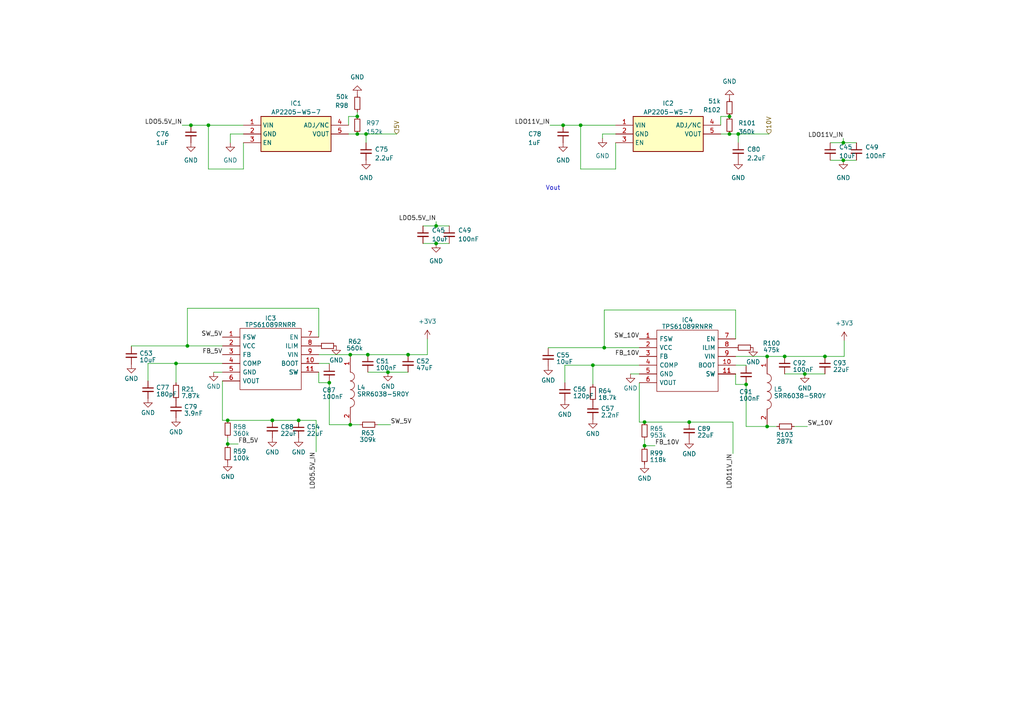
<source format=kicad_sch>
(kicad_sch (version 20230121) (generator eeschema)

  (uuid ea75ec80-a893-41f0-8148-a911363c63c8)

  (paper "A4")

  (lib_symbols
    (symbol "Device:C_Small" (pin_numbers hide) (pin_names (offset 0.254) hide) (in_bom yes) (on_board yes)
      (property "Reference" "C" (at 0.254 1.778 0)
        (effects (font (size 1.27 1.27)) (justify left))
      )
      (property "Value" "C_Small" (at 0.254 -2.032 0)
        (effects (font (size 1.27 1.27)) (justify left))
      )
      (property "Footprint" "" (at 0 0 0)
        (effects (font (size 1.27 1.27)) hide)
      )
      (property "Datasheet" "~" (at 0 0 0)
        (effects (font (size 1.27 1.27)) hide)
      )
      (property "ki_keywords" "capacitor cap" (at 0 0 0)
        (effects (font (size 1.27 1.27)) hide)
      )
      (property "ki_description" "Unpolarized capacitor, small symbol" (at 0 0 0)
        (effects (font (size 1.27 1.27)) hide)
      )
      (property "ki_fp_filters" "C_*" (at 0 0 0)
        (effects (font (size 1.27 1.27)) hide)
      )
      (symbol "C_Small_0_1"
        (polyline
          (pts
            (xy -1.524 -0.508)
            (xy 1.524 -0.508)
          )
          (stroke (width 0.3302) (type default))
          (fill (type none))
        )
        (polyline
          (pts
            (xy -1.524 0.508)
            (xy 1.524 0.508)
          )
          (stroke (width 0.3048) (type default))
          (fill (type none))
        )
      )
      (symbol "C_Small_1_1"
        (pin passive line (at 0 2.54 270) (length 2.032)
          (name "~" (effects (font (size 1.27 1.27))))
          (number "1" (effects (font (size 1.27 1.27))))
        )
        (pin passive line (at 0 -2.54 90) (length 2.032)
          (name "~" (effects (font (size 1.27 1.27))))
          (number "2" (effects (font (size 1.27 1.27))))
        )
      )
    )
    (symbol "Device:R_Small" (pin_numbers hide) (pin_names (offset 0.254) hide) (in_bom yes) (on_board yes)
      (property "Reference" "R" (at 0.762 0.508 0)
        (effects (font (size 1.27 1.27)) (justify left))
      )
      (property "Value" "R_Small" (at 0.762 -1.016 0)
        (effects (font (size 1.27 1.27)) (justify left))
      )
      (property "Footprint" "" (at 0 0 0)
        (effects (font (size 1.27 1.27)) hide)
      )
      (property "Datasheet" "~" (at 0 0 0)
        (effects (font (size 1.27 1.27)) hide)
      )
      (property "ki_keywords" "R resistor" (at 0 0 0)
        (effects (font (size 1.27 1.27)) hide)
      )
      (property "ki_description" "Resistor, small symbol" (at 0 0 0)
        (effects (font (size 1.27 1.27)) hide)
      )
      (property "ki_fp_filters" "R_*" (at 0 0 0)
        (effects (font (size 1.27 1.27)) hide)
      )
      (symbol "R_Small_0_1"
        (rectangle (start -0.762 1.778) (end 0.762 -1.778)
          (stroke (width 0.2032) (type default))
          (fill (type none))
        )
      )
      (symbol "R_Small_1_1"
        (pin passive line (at 0 2.54 270) (length 0.762)
          (name "~" (effects (font (size 1.27 1.27))))
          (number "1" (effects (font (size 1.27 1.27))))
        )
        (pin passive line (at 0 -2.54 90) (length 0.762)
          (name "~" (effects (font (size 1.27 1.27))))
          (number "2" (effects (font (size 1.27 1.27))))
        )
      )
    )
    (symbol "GND_1" (power) (pin_names (offset 0)) (in_bom yes) (on_board yes)
      (property "Reference" "#PWR" (at 0 -6.35 0)
        (effects (font (size 1.27 1.27)) hide)
      )
      (property "Value" "GND_1" (at 0 -3.81 0)
        (effects (font (size 1.27 1.27)))
      )
      (property "Footprint" "" (at 0 0 0)
        (effects (font (size 1.27 1.27)) hide)
      )
      (property "Datasheet" "" (at 0 0 0)
        (effects (font (size 1.27 1.27)) hide)
      )
      (property "ki_keywords" "global power" (at 0 0 0)
        (effects (font (size 1.27 1.27)) hide)
      )
      (property "ki_description" "Power symbol creates a global label with name \"GND\" , ground" (at 0 0 0)
        (effects (font (size 1.27 1.27)) hide)
      )
      (symbol "GND_1_0_1"
        (polyline
          (pts
            (xy 0 0)
            (xy 0 -1.27)
            (xy 1.27 -1.27)
            (xy 0 -2.54)
            (xy -1.27 -1.27)
            (xy 0 -1.27)
          )
          (stroke (width 0) (type default))
          (fill (type none))
        )
      )
      (symbol "GND_1_1_1"
        (pin power_in line (at 0 0 270) (length 0) hide
          (name "GND" (effects (font (size 1.27 1.27))))
          (number "1" (effects (font (size 1.27 1.27))))
        )
      )
    )
    (symbol "GND_2" (power) (pin_names (offset 0)) (in_bom yes) (on_board yes)
      (property "Reference" "#PWR" (at 0 -6.35 0)
        (effects (font (size 1.27 1.27)) hide)
      )
      (property "Value" "GND_2" (at 0 -3.81 0)
        (effects (font (size 1.27 1.27)))
      )
      (property "Footprint" "" (at 0 0 0)
        (effects (font (size 1.27 1.27)) hide)
      )
      (property "Datasheet" "" (at 0 0 0)
        (effects (font (size 1.27 1.27)) hide)
      )
      (property "ki_keywords" "global power" (at 0 0 0)
        (effects (font (size 1.27 1.27)) hide)
      )
      (property "ki_description" "Power symbol creates a global label with name \"GND\" , ground" (at 0 0 0)
        (effects (font (size 1.27 1.27)) hide)
      )
      (symbol "GND_2_0_1"
        (polyline
          (pts
            (xy 0 0)
            (xy 0 -1.27)
            (xy 1.27 -1.27)
            (xy 0 -2.54)
            (xy -1.27 -1.27)
            (xy 0 -1.27)
          )
          (stroke (width 0) (type default))
          (fill (type none))
        )
      )
      (symbol "GND_2_1_1"
        (pin power_in line (at 0 0 270) (length 0) hide
          (name "GND" (effects (font (size 1.27 1.27))))
          (number "1" (effects (font (size 1.27 1.27))))
        )
      )
    )
    (symbol "GND_3" (power) (pin_names (offset 0)) (in_bom yes) (on_board yes)
      (property "Reference" "#PWR" (at 0 -6.35 0)
        (effects (font (size 1.27 1.27)) hide)
      )
      (property "Value" "GND_3" (at 0 -3.81 0)
        (effects (font (size 1.27 1.27)))
      )
      (property "Footprint" "" (at 0 0 0)
        (effects (font (size 1.27 1.27)) hide)
      )
      (property "Datasheet" "" (at 0 0 0)
        (effects (font (size 1.27 1.27)) hide)
      )
      (property "ki_keywords" "global power" (at 0 0 0)
        (effects (font (size 1.27 1.27)) hide)
      )
      (property "ki_description" "Power symbol creates a global label with name \"GND\" , ground" (at 0 0 0)
        (effects (font (size 1.27 1.27)) hide)
      )
      (symbol "GND_3_0_1"
        (polyline
          (pts
            (xy 0 0)
            (xy 0 -1.27)
            (xy 1.27 -1.27)
            (xy 0 -2.54)
            (xy -1.27 -1.27)
            (xy 0 -1.27)
          )
          (stroke (width 0) (type default))
          (fill (type none))
        )
      )
      (symbol "GND_3_1_1"
        (pin power_in line (at 0 0 270) (length 0) hide
          (name "GND" (effects (font (size 1.27 1.27))))
          (number "1" (effects (font (size 1.27 1.27))))
        )
      )
    )
    (symbol "GND_4" (power) (pin_names (offset 0)) (in_bom yes) (on_board yes)
      (property "Reference" "#PWR" (at 0 -6.35 0)
        (effects (font (size 1.27 1.27)) hide)
      )
      (property "Value" "GND_4" (at 0 -3.81 0)
        (effects (font (size 1.27 1.27)))
      )
      (property "Footprint" "" (at 0 0 0)
        (effects (font (size 1.27 1.27)) hide)
      )
      (property "Datasheet" "" (at 0 0 0)
        (effects (font (size 1.27 1.27)) hide)
      )
      (property "ki_keywords" "global power" (at 0 0 0)
        (effects (font (size 1.27 1.27)) hide)
      )
      (property "ki_description" "Power symbol creates a global label with name \"GND\" , ground" (at 0 0 0)
        (effects (font (size 1.27 1.27)) hide)
      )
      (symbol "GND_4_0_1"
        (polyline
          (pts
            (xy 0 0)
            (xy 0 -1.27)
            (xy 1.27 -1.27)
            (xy 0 -2.54)
            (xy -1.27 -1.27)
            (xy 0 -1.27)
          )
          (stroke (width 0) (type default))
          (fill (type none))
        )
      )
      (symbol "GND_4_1_1"
        (pin power_in line (at 0 0 270) (length 0) hide
          (name "GND" (effects (font (size 1.27 1.27))))
          (number "1" (effects (font (size 1.27 1.27))))
        )
      )
    )
    (symbol "GND_5" (power) (pin_names (offset 0)) (in_bom yes) (on_board yes)
      (property "Reference" "#PWR" (at 0 -6.35 0)
        (effects (font (size 1.27 1.27)) hide)
      )
      (property "Value" "GND_5" (at 0 -3.81 0)
        (effects (font (size 1.27 1.27)))
      )
      (property "Footprint" "" (at 0 0 0)
        (effects (font (size 1.27 1.27)) hide)
      )
      (property "Datasheet" "" (at 0 0 0)
        (effects (font (size 1.27 1.27)) hide)
      )
      (property "ki_keywords" "global power" (at 0 0 0)
        (effects (font (size 1.27 1.27)) hide)
      )
      (property "ki_description" "Power symbol creates a global label with name \"GND\" , ground" (at 0 0 0)
        (effects (font (size 1.27 1.27)) hide)
      )
      (symbol "GND_5_0_1"
        (polyline
          (pts
            (xy 0 0)
            (xy 0 -1.27)
            (xy 1.27 -1.27)
            (xy 0 -2.54)
            (xy -1.27 -1.27)
            (xy 0 -1.27)
          )
          (stroke (width 0) (type default))
          (fill (type none))
        )
      )
      (symbol "GND_5_1_1"
        (pin power_in line (at 0 0 270) (length 0) hide
          (name "GND" (effects (font (size 1.27 1.27))))
          (number "1" (effects (font (size 1.27 1.27))))
        )
      )
    )
    (symbol "GND_6" (power) (pin_names (offset 0)) (in_bom yes) (on_board yes)
      (property "Reference" "#PWR" (at 0 -6.35 0)
        (effects (font (size 1.27 1.27)) hide)
      )
      (property "Value" "GND_6" (at 0 -3.81 0)
        (effects (font (size 1.27 1.27)))
      )
      (property "Footprint" "" (at 0 0 0)
        (effects (font (size 1.27 1.27)) hide)
      )
      (property "Datasheet" "" (at 0 0 0)
        (effects (font (size 1.27 1.27)) hide)
      )
      (property "ki_keywords" "global power" (at 0 0 0)
        (effects (font (size 1.27 1.27)) hide)
      )
      (property "ki_description" "Power symbol creates a global label with name \"GND\" , ground" (at 0 0 0)
        (effects (font (size 1.27 1.27)) hide)
      )
      (symbol "GND_6_0_1"
        (polyline
          (pts
            (xy 0 0)
            (xy 0 -1.27)
            (xy 1.27 -1.27)
            (xy 0 -2.54)
            (xy -1.27 -1.27)
            (xy 0 -1.27)
          )
          (stroke (width 0) (type default))
          (fill (type none))
        )
      )
      (symbol "GND_6_1_1"
        (pin power_in line (at 0 0 270) (length 0) hide
          (name "GND" (effects (font (size 1.27 1.27))))
          (number "1" (effects (font (size 1.27 1.27))))
        )
      )
    )
    (symbol "iclr:AP2205-W5-7" (in_bom yes) (on_board yes)
      (property "Reference" "IC" (at 26.67 7.62 0)
        (effects (font (size 1.27 1.27)) (justify left top))
      )
      (property "Value" "AP2205-W5-7" (at 26.67 5.08 0)
        (effects (font (size 1.27 1.27)) (justify left top))
      )
      (property "Footprint" "SOT95P282X145-5N" (at 26.67 -94.92 0)
        (effects (font (size 1.27 1.27)) (justify left top) hide)
      )
      (property "Datasheet" "https://datasheet.datasheetarchive.com/originals/distributors/Datasheets_SAMA/49896ab3db029f5df263d3a8b036e85b.pdf" (at 26.67 -194.92 0)
        (effects (font (size 1.27 1.27)) (justify left top) hide)
      )
      (property "Height" "1.45" (at 26.67 -394.92 0)
        (effects (font (size 1.27 1.27)) (justify left top) hide)
      )
      (property "Mouser Part Number" "621-AP2205-W5-7" (at 26.67 -494.92 0)
        (effects (font (size 1.27 1.27)) (justify left top) hide)
      )
      (property "Mouser Price/Stock" "https://www.mouser.co.uk/ProductDetail/Diodes-Incorporated/AP2205-W5-7?qs=EBDBlbfErPxiadLvD5FZyQ%3D%3D" (at 26.67 -594.92 0)
        (effects (font (size 1.27 1.27)) (justify left top) hide)
      )
      (property "Manufacturer_Name" "Diodes Inc." (at 26.67 -694.92 0)
        (effects (font (size 1.27 1.27)) (justify left top) hide)
      )
      (property "Manufacturer_Part_Number" "AP2205-W5-7" (at 26.67 -794.92 0)
        (effects (font (size 1.27 1.27)) (justify left top) hide)
      )
      (property "ki_description" "LDO Voltage Regulators LDO CMOS LowCurr" (at 0 0 0)
        (effects (font (size 1.27 1.27)) hide)
      )
      (symbol "AP2205-W5-7_1_1"
        (rectangle (start 5.08 2.54) (end 25.4 -7.62)
          (stroke (width 0.254) (type default))
          (fill (type background))
        )
        (pin passive line (at 0 0 0) (length 5.08)
          (name "VIN" (effects (font (size 1.27 1.27))))
          (number "1" (effects (font (size 1.27 1.27))))
        )
        (pin passive line (at 0 -2.54 0) (length 5.08)
          (name "GND" (effects (font (size 1.27 1.27))))
          (number "2" (effects (font (size 1.27 1.27))))
        )
        (pin passive line (at 0 -5.08 0) (length 5.08)
          (name "EN" (effects (font (size 1.27 1.27))))
          (number "3" (effects (font (size 1.27 1.27))))
        )
        (pin passive line (at 30.48 0 180) (length 5.08)
          (name "ADJ/NC" (effects (font (size 1.27 1.27))))
          (number "4" (effects (font (size 1.27 1.27))))
        )
        (pin passive line (at 30.48 -2.54 180) (length 5.08)
          (name "VOUT" (effects (font (size 1.27 1.27))))
          (number "5" (effects (font (size 1.27 1.27))))
        )
      )
    )
    (symbol "iclr:SRR6038-5R0Y" (pin_names (offset 0.762)) (in_bom yes) (on_board yes)
      (property "Reference" "L" (at 16.51 6.35 0)
        (effects (font (size 1.27 1.27)) (justify left))
      )
      (property "Value" "SRR6038-5R0Y" (at 16.51 3.81 0)
        (effects (font (size 1.27 1.27)) (justify left))
      )
      (property "Footprint" "SRR6038" (at 16.51 1.27 0)
        (effects (font (size 1.27 1.27)) (justify left) hide)
      )
      (property "Datasheet" "http://www.bourns.com/docs/Product-Datasheets/SRR6038.pdf" (at 16.51 -1.27 0)
        (effects (font (size 1.27 1.27)) (justify left) hide)
      )
      (property "Description" "BOURNS - SRR6038-5R0Y - INDUCTOR, SHIELDED, 5UH, 2.95A, SMD, FULL REEL" (at 16.51 -3.81 0)
        (effects (font (size 1.27 1.27)) (justify left) hide)
      )
      (property "Height" "" (at 16.51 -6.35 0)
        (effects (font (size 1.27 1.27)) (justify left) hide)
      )
      (property "Manufacturer_Name" "Bourns" (at 16.51 -8.89 0)
        (effects (font (size 1.27 1.27)) (justify left) hide)
      )
      (property "Manufacturer_Part_Number" "SRR6038-5R0Y" (at 16.51 -11.43 0)
        (effects (font (size 1.27 1.27)) (justify left) hide)
      )
      (property "Mouser Part Number" "652-SRR6038-5R0Y" (at 16.51 -13.97 0)
        (effects (font (size 1.27 1.27)) (justify left) hide)
      )
      (property "Mouser Price/Stock" "https://www.mouser.co.uk/ProductDetail/Bourns/SRR6038-5R0Y?qs=s%252BX%2FYkvGCpEfKc4OEBpucw%3D%3D" (at 16.51 -16.51 0)
        (effects (font (size 1.27 1.27)) (justify left) hide)
      )
      (property "Arrow Part Number" "SRR6038-5R0Y" (at 16.51 -19.05 0)
        (effects (font (size 1.27 1.27)) (justify left) hide)
      )
      (property "Arrow Price/Stock" "https://www.arrow.com/en/products/srr6038-5r0y/bourns?region=nac" (at 16.51 -21.59 0)
        (effects (font (size 1.27 1.27)) (justify left) hide)
      )
      (property "ki_description" "BOURNS - SRR6038-5R0Y - INDUCTOR, SHIELDED, 5UH, 2.95A, SMD, FULL REEL" (at 0 0 0)
        (effects (font (size 1.27 1.27)) hide)
      )
      (symbol "SRR6038-5R0Y_0_0"
        (pin passive line (at 0 0 0) (length 5.08)
          (name "~" (effects (font (size 1.27 1.27))))
          (number "1" (effects (font (size 1.27 1.27))))
        )
        (pin passive line (at 20.32 0 180) (length 5.08)
          (name "~" (effects (font (size 1.27 1.27))))
          (number "2" (effects (font (size 1.27 1.27))))
        )
      )
      (symbol "SRR6038-5R0Y_0_1"
        (arc (start 7.62 0) (mid 6.35 1.2202) (end 5.08 0)
          (stroke (width 0.1524) (type solid))
          (fill (type none))
        )
        (arc (start 10.16 0) (mid 8.89 1.2202) (end 7.62 0)
          (stroke (width 0.1524) (type solid))
          (fill (type none))
        )
        (arc (start 12.7 0) (mid 11.43 1.2202) (end 10.16 0)
          (stroke (width 0.1524) (type solid))
          (fill (type none))
        )
        (arc (start 15.24 0) (mid 13.97 1.2202) (end 12.7 0)
          (stroke (width 0.1524) (type solid))
          (fill (type none))
        )
      )
    )
    (symbol "iclr:TPS61089RNRR" (pin_names (offset 0.762)) (in_bom yes) (on_board yes)
      (property "Reference" "IC" (at 24.13 7.62 0)
        (effects (font (size 1.27 1.27)) (justify left))
      )
      (property "Value" "TPS61089RNRR" (at 24.13 5.08 0)
        (effects (font (size 1.27 1.27)) (justify left))
      )
      (property "Footprint" "RNR0011A" (at 24.13 2.54 0)
        (effects (font (size 1.27 1.27)) (justify left) hide)
      )
      (property "Datasheet" "http://www.ti.com/lit/gpn/tps61089" (at 24.13 0 0)
        (effects (font (size 1.27 1.27)) (justify left) hide)
      )
      (property "Description" "12.6-V, 7-A Fully-Integrated Synchronous Boost Converters in 2.0-mm x 2.5-mm VQFN Package" (at 24.13 -2.54 0)
        (effects (font (size 1.27 1.27)) (justify left) hide)
      )
      (property "Height" "" (at 24.13 -5.08 0)
        (effects (font (size 1.27 1.27)) (justify left) hide)
      )
      (property "Manufacturer_Name" "Texas Instruments" (at 24.13 -7.62 0)
        (effects (font (size 1.27 1.27)) (justify left) hide)
      )
      (property "Manufacturer_Part_Number" "TPS61089RNRR" (at 24.13 -10.16 0)
        (effects (font (size 1.27 1.27)) (justify left) hide)
      )
      (property "Mouser Part Number" "595-TPS61089RNRR" (at 24.13 -12.7 0)
        (effects (font (size 1.27 1.27)) (justify left) hide)
      )
      (property "Mouser Price/Stock" "https://www.mouser.co.uk/ProductDetail/Texas-Instruments/TPS61089RNRR?qs=G55MHhPmvtI%2Ft%2FkJeUeP3Q%3D%3D" (at 24.13 -15.24 0)
        (effects (font (size 1.27 1.27)) (justify left) hide)
      )
      (property "Arrow Part Number" "TPS61089RNRR" (at 24.13 -17.78 0)
        (effects (font (size 1.27 1.27)) (justify left) hide)
      )
      (property "Arrow Price/Stock" "https://www.arrow.com/en/products/tps61089rnrr/texas-instruments?region=nac" (at 24.13 -20.32 0)
        (effects (font (size 1.27 1.27)) (justify left) hide)
      )
      (property "ki_description" "12.6-V, 7-A Fully-Integrated Synchronous Boost Converters in 2.0-mm x 2.5-mm VQFN Package" (at 0 0 0)
        (effects (font (size 1.27 1.27)) hide)
      )
      (symbol "TPS61089RNRR_0_0"
        (pin passive line (at 0 0 0) (length 5.08)
          (name "FSW" (effects (font (size 1.27 1.27))))
          (number "1" (effects (font (size 1.27 1.27))))
        )
        (pin passive line (at 27.94 -7.62 180) (length 5.08)
          (name "BOOT" (effects (font (size 1.27 1.27))))
          (number "10" (effects (font (size 1.27 1.27))))
        )
        (pin passive line (at 27.94 -10.16 180) (length 5.08)
          (name "SW" (effects (font (size 1.27 1.27))))
          (number "11" (effects (font (size 1.27 1.27))))
          (alternate "12" passive line)
          (alternate "13" passive line)
        )
        (pin passive line (at 27.94 -10.16 180) (length 5.08)
          (name "SW" (effects (font (size 1.27 1.27))))
          (number "11" (effects (font (size 1.27 1.27))))
          (alternate "12" passive line)
          (alternate "13" passive line)
        )
        (pin passive line (at 0 -2.54 0) (length 5.08)
          (name "VCC" (effects (font (size 1.27 1.27))))
          (number "2" (effects (font (size 1.27 1.27))))
        )
        (pin passive line (at 0 -5.08 0) (length 5.08)
          (name "FB" (effects (font (size 1.27 1.27))))
          (number "3" (effects (font (size 1.27 1.27))))
        )
        (pin passive line (at 0 -7.62 0) (length 5.08)
          (name "COMP" (effects (font (size 1.27 1.27))))
          (number "4" (effects (font (size 1.27 1.27))))
        )
        (pin passive line (at 0 -10.16 0) (length 5.08)
          (name "GND" (effects (font (size 1.27 1.27))))
          (number "5" (effects (font (size 1.27 1.27))))
        )
        (pin passive line (at 0 -12.7 0) (length 5.08)
          (name "VOUT" (effects (font (size 1.27 1.27))))
          (number "6" (effects (font (size 1.27 1.27))))
        )
        (pin passive line (at 27.94 0 180) (length 5.08)
          (name "EN" (effects (font (size 1.27 1.27))))
          (number "7" (effects (font (size 1.27 1.27))))
        )
        (pin passive line (at 27.94 -2.54 180) (length 5.08)
          (name "ILIM" (effects (font (size 1.27 1.27))))
          (number "8" (effects (font (size 1.27 1.27))))
        )
        (pin passive line (at 27.94 -5.08 180) (length 5.08)
          (name "VIN" (effects (font (size 1.27 1.27))))
          (number "9" (effects (font (size 1.27 1.27))))
        )
      )
      (symbol "TPS61089RNRR_0_1"
        (polyline
          (pts
            (xy 5.08 2.54)
            (xy 22.86 2.54)
            (xy 22.86 -15.24)
            (xy 5.08 -15.24)
            (xy 5.08 2.54)
          )
          (stroke (width 0.1524) (type solid))
          (fill (type none))
        )
      )
    )
    (symbol "power:+3.3V" (power) (pin_names (offset 0)) (in_bom yes) (on_board yes)
      (property "Reference" "#PWR" (at 0 -3.81 0)
        (effects (font (size 1.27 1.27)) hide)
      )
      (property "Value" "+3.3V" (at 0 3.556 0)
        (effects (font (size 1.27 1.27)))
      )
      (property "Footprint" "" (at 0 0 0)
        (effects (font (size 1.27 1.27)) hide)
      )
      (property "Datasheet" "" (at 0 0 0)
        (effects (font (size 1.27 1.27)) hide)
      )
      (property "ki_keywords" "power-flag" (at 0 0 0)
        (effects (font (size 1.27 1.27)) hide)
      )
      (property "ki_description" "Power symbol creates a global label with name \"+3.3V\"" (at 0 0 0)
        (effects (font (size 1.27 1.27)) hide)
      )
      (symbol "+3.3V_0_1"
        (polyline
          (pts
            (xy -0.762 1.27)
            (xy 0 2.54)
          )
          (stroke (width 0) (type default))
          (fill (type none))
        )
        (polyline
          (pts
            (xy 0 0)
            (xy 0 2.54)
          )
          (stroke (width 0) (type default))
          (fill (type none))
        )
        (polyline
          (pts
            (xy 0 2.54)
            (xy 0.762 1.27)
          )
          (stroke (width 0) (type default))
          (fill (type none))
        )
      )
      (symbol "+3.3V_1_1"
        (pin power_in line (at 0 0 90) (length 0) hide
          (name "+3V3" (effects (font (size 1.27 1.27))))
          (number "1" (effects (font (size 1.27 1.27))))
        )
      )
    )
    (symbol "power:GND" (power) (pin_names (offset 0)) (in_bom yes) (on_board yes)
      (property "Reference" "#PWR" (at 0 -6.35 0)
        (effects (font (size 1.27 1.27)) hide)
      )
      (property "Value" "GND" (at 0 -3.81 0)
        (effects (font (size 1.27 1.27)))
      )
      (property "Footprint" "" (at 0 0 0)
        (effects (font (size 1.27 1.27)) hide)
      )
      (property "Datasheet" "" (at 0 0 0)
        (effects (font (size 1.27 1.27)) hide)
      )
      (property "ki_keywords" "power-flag" (at 0 0 0)
        (effects (font (size 1.27 1.27)) hide)
      )
      (property "ki_description" "Power symbol creates a global label with name \"GND\" , ground" (at 0 0 0)
        (effects (font (size 1.27 1.27)) hide)
      )
      (symbol "GND_0_1"
        (polyline
          (pts
            (xy 0 0)
            (xy 0 -1.27)
            (xy 1.27 -1.27)
            (xy 0 -2.54)
            (xy -1.27 -1.27)
            (xy 0 -1.27)
          )
          (stroke (width 0) (type default))
          (fill (type none))
        )
      )
      (symbol "GND_1_1"
        (pin power_in line (at 0 0 270) (length 0) hide
          (name "GND" (effects (font (size 1.27 1.27))))
          (number "1" (effects (font (size 1.27 1.27))))
        )
      )
    )
  )

  (junction (at 211.582 38.862) (diameter 0) (color 0 0 0 0)
    (uuid 00c66489-3af0-4456-8d85-5b22de90ccc7)
  )
  (junction (at 222.504 103.378) (diameter 0) (color 0 0 0 0)
    (uuid 08a1fdf7-c71d-4521-8e56-a4d7a0829ab0)
  )
  (junction (at 233.426 108.458) (diameter 0) (color 0 0 0 0)
    (uuid 0c021439-3707-449c-945c-b0415dcb1f47)
  )
  (junction (at 60.452 36.322) (diameter 0) (color 0 0 0 0)
    (uuid 0f447b5e-0137-40b5-96fc-e761e618798b)
  )
  (junction (at 227.584 103.378) (diameter 0) (color 0 0 0 0)
    (uuid 12cc9a5a-b8cb-4162-bad2-e551c59924ea)
  )
  (junction (at 163.322 36.322) (diameter 0) (color 0 0 0 0)
    (uuid 1c21f0cc-b4b8-46c5-a5aa-4b87b799308c)
  )
  (junction (at 222.504 123.698) (diameter 0) (color 0 0 0 0)
    (uuid 2265c308-cedc-4d77-a784-52fc12be806f)
  )
  (junction (at 112.522 107.95) (diameter 0) (color 0 0 0 0)
    (uuid 30e7a098-fb47-4f48-85ea-01afc38404d0)
  )
  (junction (at 168.402 36.322) (diameter 0) (color 0 0 0 0)
    (uuid 3c789b3c-efc9-4403-9fa3-0b3b9f85369c)
  )
  (junction (at 118.364 102.87) (diameter 0) (color 0 0 0 0)
    (uuid 3d8c46fe-9d59-4591-b1ba-250b98ccdd6a)
  )
  (junction (at 186.944 122.428) (diameter 0) (color 0 0 0 0)
    (uuid 417df564-9f1c-4be5-affb-a5b27587b506)
  )
  (junction (at 78.994 121.92) (diameter 0) (color 0 0 0 0)
    (uuid 41d8aefa-924e-4d0a-b483-6fb8177e3a39)
  )
  (junction (at 66.04 121.92) (diameter 0) (color 0 0 0 0)
    (uuid 41f80b15-4ac3-4421-84b9-a3dedc73127b)
  )
  (junction (at 103.632 33.782) (diameter 0) (color 0 0 0 0)
    (uuid 42bb5f41-e847-490f-b8d1-e266374d0432)
  )
  (junction (at 101.6 123.19) (diameter 0) (color 0 0 0 0)
    (uuid 46dd0de3-a7d7-4c63-8582-e10577f9c821)
  )
  (junction (at 211.582 33.782) (diameter 0) (color 0 0 0 0)
    (uuid 4a5cd6cb-08a8-416b-b8d9-72ff865cd280)
  )
  (junction (at 244.602 46.482) (diameter 0) (color 0 0 0 0)
    (uuid 4c34545e-13e3-4bf6-bcef-619117e854e1)
  )
  (junction (at 106.68 102.87) (diameter 0) (color 0 0 0 0)
    (uuid 50e966fa-1b3d-4430-a1e5-79efa8bf761f)
  )
  (junction (at 126.492 65.532) (diameter 0) (color 0 0 0 0)
    (uuid 5377f8d1-4e76-4ddc-8939-67a4e651a6e5)
  )
  (junction (at 66.04 128.778) (diameter 0) (color 0 0 0 0)
    (uuid 5b47b99f-cdb6-4eef-be96-08f4d9df3bd7)
  )
  (junction (at 244.602 41.402) (diameter 0) (color 0 0 0 0)
    (uuid 690fee0c-fb91-4ee4-a986-ec16f5d15946)
  )
  (junction (at 171.958 105.918) (diameter 0) (color 0 0 0 0)
    (uuid 71d19aa4-f15f-4098-83ec-46c8e523185d)
  )
  (junction (at 95.504 110.998) (diameter 0) (color 0 0 0 0)
    (uuid 75c91d69-bcad-4d3e-a140-297c33f53f3e)
  )
  (junction (at 216.408 111.506) (diameter 0) (color 0 0 0 0)
    (uuid 7ab443f9-60db-4c94-811e-a6fb78b8fe15)
  )
  (junction (at 239.268 103.378) (diameter 0) (color 0 0 0 0)
    (uuid 7ff12c01-f2f8-41d1-80ae-7a557c06d312)
  )
  (junction (at 54.356 100.33) (diameter 0) (color 0 0 0 0)
    (uuid 85cd14ec-536c-43e9-a37d-55bbfd75076a)
  )
  (junction (at 86.614 121.92) (diameter 0) (color 0 0 0 0)
    (uuid 971c038a-6ad1-47b0-a46f-12c12011de6a)
  )
  (junction (at 186.944 129.286) (diameter 0) (color 0 0 0 0)
    (uuid b2f298cb-0544-4fd6-b7c3-72cc70649537)
  )
  (junction (at 51.054 105.41) (diameter 0) (color 0 0 0 0)
    (uuid c28e73ca-22e8-479b-a6ec-11b52600367e)
  )
  (junction (at 103.632 38.862) (diameter 0) (color 0 0 0 0)
    (uuid c38056b7-584c-4695-820e-2d7c9346c5b6)
  )
  (junction (at 214.122 38.862) (diameter 0) (color 0 0 0 0)
    (uuid cad6af9c-c34d-4071-bfdb-a58e4afae740)
  )
  (junction (at 126.492 70.612) (diameter 0) (color 0 0 0 0)
    (uuid cd58923e-d60e-4b8b-8764-d3a4c8f8d274)
  )
  (junction (at 175.26 100.838) (diameter 0) (color 0 0 0 0)
    (uuid d4700bc5-c8ff-42a3-8e87-be37b0e35e69)
  )
  (junction (at 199.898 122.428) (diameter 0) (color 0 0 0 0)
    (uuid dd0dc388-650d-4f19-ba16-37978b950625)
  )
  (junction (at 55.372 36.322) (diameter 0) (color 0 0 0 0)
    (uuid f29fd698-591c-4c35-8c7c-ecd245ae7f93)
  )
  (junction (at 101.6 102.87) (diameter 0) (color 0 0 0 0)
    (uuid f57b0360-55be-4787-a9ec-e4cea209c5a1)
  )
  (junction (at 106.172 38.862) (diameter 0) (color 0 0 0 0)
    (uuid f5e4814b-a2a2-438b-ab63-dc63eb6c21cd)
  )

  (wire (pts (xy 213.36 108.458) (xy 213.36 111.506))
    (stroke (width 0) (type default))
    (uuid 0057779e-6f29-4d3d-9359-3be43af518e0)
  )
  (wire (pts (xy 42.926 105.41) (xy 42.926 110.49))
    (stroke (width 0) (type default))
    (uuid 0151079a-c6e6-4781-b145-d7e40a303eec)
  )
  (wire (pts (xy 222.504 103.378) (xy 227.584 103.378))
    (stroke (width 0) (type default))
    (uuid 05000a67-d4cc-4bd3-9eb0-0cdcff98a2ad)
  )
  (wire (pts (xy 64.516 110.49) (xy 64.516 121.92))
    (stroke (width 0) (type default))
    (uuid 05a6c216-2485-4f31-955d-6419c6c2d9ce)
  )
  (wire (pts (xy 240.792 46.482) (xy 244.602 46.482))
    (stroke (width 0) (type default))
    (uuid 09ba246f-249c-4eb5-892c-2dfa3f986e18)
  )
  (wire (pts (xy 159.004 100.838) (xy 159.004 101.092))
    (stroke (width 0) (type default))
    (uuid 09fdce72-181c-4e1e-8927-4cc9b529e757)
  )
  (wire (pts (xy 244.602 41.402) (xy 248.412 41.402))
    (stroke (width 0) (type default))
    (uuid 0d26a38d-ba5d-4101-9100-9f57b6414757)
  )
  (wire (pts (xy 216.408 105.918) (xy 216.408 106.172))
    (stroke (width 0) (type default))
    (uuid 0d980fec-2dfb-4688-a63e-d27a95e1b552)
  )
  (wire (pts (xy 101.6 102.87) (xy 106.68 102.87))
    (stroke (width 0) (type default))
    (uuid 0ef22661-25ec-483e-9c84-3440697649f5)
  )
  (wire (pts (xy 38.1 100.33) (xy 54.356 100.33))
    (stroke (width 0) (type default))
    (uuid 13d8bdbf-304a-43b5-8f22-fdb0afe62733)
  )
  (wire (pts (xy 91.694 121.92) (xy 91.694 131.064))
    (stroke (width 0) (type default))
    (uuid 1637df01-13ce-4e78-989a-689a03ab96f9)
  )
  (wire (pts (xy 66.04 121.92) (xy 78.994 121.92))
    (stroke (width 0) (type default))
    (uuid 163fa0bb-c5ed-4b14-b6e2-84eeaae726ba)
  )
  (wire (pts (xy 186.944 127.508) (xy 186.944 129.286))
    (stroke (width 0) (type default))
    (uuid 16834be4-6e79-4742-baf3-0bfb23814231)
  )
  (wire (pts (xy 106.68 102.87) (xy 118.364 102.87))
    (stroke (width 0) (type default))
    (uuid 1761bd55-8e11-4f83-b15c-7bd0f9f6202e)
  )
  (wire (pts (xy 126.492 70.612) (xy 130.302 70.612))
    (stroke (width 0) (type default))
    (uuid 187cad9d-4e19-45a2-8f27-2290c28b9a3b)
  )
  (wire (pts (xy 171.958 105.918) (xy 171.958 111.506))
    (stroke (width 0) (type default))
    (uuid 1b861cc7-2b5d-43ce-8d67-039ce564cb39)
  )
  (wire (pts (xy 216.408 123.698) (xy 216.408 111.506))
    (stroke (width 0) (type default))
    (uuid 1e8b7a71-04c4-4971-99a9-d86ff53a3cf4)
  )
  (wire (pts (xy 78.994 121.92) (xy 86.614 121.92))
    (stroke (width 0) (type default))
    (uuid 1ec33de8-00cb-442d-abcf-c7d9e9dcfab8)
  )
  (wire (pts (xy 106.68 107.95) (xy 112.522 107.95))
    (stroke (width 0) (type default))
    (uuid 20bd5ccf-bcd4-4d59-a0f4-7ef19c98a8f7)
  )
  (wire (pts (xy 115.062 38.862) (xy 106.172 38.862))
    (stroke (width 0) (type default))
    (uuid 23a61865-d61d-41a4-aad6-e6661311f01b)
  )
  (wire (pts (xy 106.172 38.862) (xy 103.632 38.862))
    (stroke (width 0) (type default))
    (uuid 277c6618-3271-4de6-a367-b0da5984f1f9)
  )
  (wire (pts (xy 230.378 123.698) (xy 234.188 123.698))
    (stroke (width 0) (type default))
    (uuid 2c43d640-dfd3-4522-9efe-bc72174448a1)
  )
  (wire (pts (xy 101.092 33.782) (xy 103.632 33.782))
    (stroke (width 0) (type default))
    (uuid 2d75736a-69e5-4670-ae0f-018eba4a4640)
  )
  (wire (pts (xy 159.004 100.838) (xy 175.26 100.838))
    (stroke (width 0) (type default))
    (uuid 2ee744a9-bd03-4c9f-9b55-c3798ef8ad85)
  )
  (wire (pts (xy 186.944 129.286) (xy 186.944 129.54))
    (stroke (width 0) (type default))
    (uuid 2fd2ea94-7fcc-4a66-889f-dc77be15df80)
  )
  (wire (pts (xy 92.456 105.41) (xy 95.504 105.41))
    (stroke (width 0) (type default))
    (uuid 36583349-dd7d-480a-980a-cb185c1c03b1)
  )
  (wire (pts (xy 213.36 89.916) (xy 175.26 89.916))
    (stroke (width 0) (type default))
    (uuid 36f93984-c954-4da7-b63c-21dabde4ff54)
  )
  (wire (pts (xy 178.562 49.022) (xy 178.562 41.402))
    (stroke (width 0) (type default))
    (uuid 383723de-203d-4366-b325-cb62fd5e0c8c)
  )
  (wire (pts (xy 216.408 111.252) (xy 216.408 111.506))
    (stroke (width 0) (type default))
    (uuid 3b7acff0-141d-4aae-9515-1185534516d0)
  )
  (wire (pts (xy 70.612 38.862) (xy 66.802 38.862))
    (stroke (width 0) (type default))
    (uuid 42017242-26df-476c-a19c-384362af9196)
  )
  (wire (pts (xy 86.614 121.92) (xy 91.694 121.92))
    (stroke (width 0) (type default))
    (uuid 431f3589-49ba-45a3-9849-3c441ebd4985)
  )
  (wire (pts (xy 182.88 108.458) (xy 185.42 108.458))
    (stroke (width 0) (type default))
    (uuid 462dd503-6898-4180-88df-0079ec8894cf)
  )
  (wire (pts (xy 70.612 49.022) (xy 70.612 41.402))
    (stroke (width 0) (type default))
    (uuid 48d113fc-bd5b-4273-b338-929f83864bfe)
  )
  (wire (pts (xy 227.584 103.378) (xy 239.268 103.378))
    (stroke (width 0) (type default))
    (uuid 48f8cad9-9740-4afa-be88-96d66451e1f6)
  )
  (wire (pts (xy 163.83 105.918) (xy 163.83 110.998))
    (stroke (width 0) (type default))
    (uuid 4965f94a-7bc4-4a6e-8566-ed0bb911d93a)
  )
  (wire (pts (xy 174.752 38.862) (xy 174.752 40.132))
    (stroke (width 0) (type default))
    (uuid 4b0c77e0-a250-4828-a43e-f83825a4c09e)
  )
  (wire (pts (xy 61.976 107.95) (xy 64.516 107.95))
    (stroke (width 0) (type default))
    (uuid 4e3a983f-9728-4872-bb9b-5fe735051c9c)
  )
  (wire (pts (xy 60.452 36.322) (xy 60.452 49.022))
    (stroke (width 0) (type default))
    (uuid 52dfb092-e42e-44d3-8c4c-c897ceead8d8)
  )
  (wire (pts (xy 123.952 98.298) (xy 123.952 102.87))
    (stroke (width 0) (type default))
    (uuid 54f64ab3-eeca-437d-a510-032727df7c95)
  )
  (wire (pts (xy 171.958 105.918) (xy 185.42 105.918))
    (stroke (width 0) (type default))
    (uuid 565ca3de-9c7d-4ad3-91dc-8316856313bf)
  )
  (wire (pts (xy 178.562 38.862) (xy 174.752 38.862))
    (stroke (width 0) (type default))
    (uuid 58a8e5ca-6db4-4609-ba72-5f912338ce36)
  )
  (wire (pts (xy 112.522 107.95) (xy 118.364 107.95))
    (stroke (width 0) (type default))
    (uuid 59cb1da0-e96c-442d-8bf1-3b08f16efe28)
  )
  (wire (pts (xy 244.856 103.378) (xy 239.268 103.378))
    (stroke (width 0) (type default))
    (uuid 5e5718ce-53f8-4f61-8d3a-c4df662bc6ac)
  )
  (wire (pts (xy 103.632 38.862) (xy 101.092 38.862))
    (stroke (width 0) (type default))
    (uuid 650a80a6-08c9-40af-ba13-485f09dadba3)
  )
  (wire (pts (xy 92.456 97.79) (xy 92.456 89.408))
    (stroke (width 0) (type default))
    (uuid 67d04c45-a179-4c8d-8ec9-74bb41e9f3c6)
  )
  (wire (pts (xy 52.832 36.322) (xy 55.372 36.322))
    (stroke (width 0) (type default))
    (uuid 69dd0909-6ff0-4fb3-9a6c-f1fe25ae5ed4)
  )
  (wire (pts (xy 122.682 65.532) (xy 126.492 65.532))
    (stroke (width 0) (type default))
    (uuid 6a4acd80-46be-4d74-9183-13ec50fa9420)
  )
  (wire (pts (xy 168.402 36.322) (xy 178.562 36.322))
    (stroke (width 0) (type default))
    (uuid 782ec24a-c45a-45d9-9814-f6a97f7dc95d)
  )
  (wire (pts (xy 126.492 64.262) (xy 126.492 65.532))
    (stroke (width 0) (type default))
    (uuid 7ee16bb8-b0f7-4af7-a26d-fb68f06bee7c)
  )
  (wire (pts (xy 66.04 127) (xy 66.04 128.778))
    (stroke (width 0) (type default))
    (uuid 7fa406cd-fa16-4324-b7af-2dc8972a1e43)
  )
  (wire (pts (xy 213.36 105.918) (xy 216.408 105.918))
    (stroke (width 0) (type default))
    (uuid 817c0830-e519-4244-af8a-fab992abefdc)
  )
  (wire (pts (xy 66.802 38.862) (xy 66.802 41.402))
    (stroke (width 0) (type default))
    (uuid 8a164f1d-4378-4c5a-9f05-e38922395cb5)
  )
  (wire (pts (xy 222.504 123.698) (xy 216.408 123.698))
    (stroke (width 0) (type default))
    (uuid 8ba22ef6-fc98-4a25-9417-b50bc30afbc1)
  )
  (wire (pts (xy 66.04 128.778) (xy 66.04 129.032))
    (stroke (width 0) (type default))
    (uuid 8bb0c9fd-b460-434f-ad44-d7337be384f8)
  )
  (wire (pts (xy 213.36 103.378) (xy 222.504 103.378))
    (stroke (width 0) (type default))
    (uuid 8c0c0d98-e327-4112-86b0-7a9381d4780a)
  )
  (wire (pts (xy 101.6 123.19) (xy 95.504 123.19))
    (stroke (width 0) (type default))
    (uuid 96816e23-5ff1-4542-a1b6-f70b90f1fce0)
  )
  (wire (pts (xy 213.36 98.298) (xy 213.36 89.916))
    (stroke (width 0) (type default))
    (uuid 9764f0db-b38d-4f47-a813-08d262a3f77d)
  )
  (wire (pts (xy 185.42 110.998) (xy 185.42 122.428))
    (stroke (width 0) (type default))
    (uuid 9934c981-d4e5-4415-9ad4-80a6ff8c736b)
  )
  (wire (pts (xy 66.04 128.778) (xy 69.088 128.778))
    (stroke (width 0) (type default))
    (uuid 997d8e21-6e9f-45e3-a5ae-7052d5047e2e)
  )
  (wire (pts (xy 51.054 105.41) (xy 64.516 105.41))
    (stroke (width 0) (type default))
    (uuid 9c0fa10a-a508-4e34-a14d-7c55aa46dfd2)
  )
  (wire (pts (xy 95.504 110.744) (xy 95.504 110.998))
    (stroke (width 0) (type default))
    (uuid 9cb0569d-7a15-411b-b8c9-0600e8e84682)
  )
  (wire (pts (xy 101.092 33.782) (xy 101.092 36.322))
    (stroke (width 0) (type default))
    (uuid 9ddb3c33-0b57-4942-9050-c88f62bb16b4)
  )
  (wire (pts (xy 126.492 65.532) (xy 130.302 65.532))
    (stroke (width 0) (type default))
    (uuid 9e0096ed-504c-43ee-8dfd-690761450963)
  )
  (wire (pts (xy 38.1 100.33) (xy 38.1 100.584))
    (stroke (width 0) (type default))
    (uuid 9efa16cb-5fb5-4899-89fe-ff4be2403fa7)
  )
  (wire (pts (xy 199.898 122.428) (xy 212.598 122.428))
    (stroke (width 0) (type default))
    (uuid a0ab0771-8731-497e-9725-a61e1ae65c9b)
  )
  (wire (pts (xy 123.952 102.87) (xy 118.364 102.87))
    (stroke (width 0) (type default))
    (uuid a5cf040e-d4c2-46a2-9e71-889249fb8a98)
  )
  (wire (pts (xy 92.456 107.95) (xy 92.456 110.998))
    (stroke (width 0) (type default))
    (uuid a82f676b-453b-40ef-8a44-75c0c5f6963f)
  )
  (wire (pts (xy 64.516 121.92) (xy 66.04 121.92))
    (stroke (width 0) (type default))
    (uuid aa6196e4-317b-40f5-b75c-0a3a9fa63858)
  )
  (wire (pts (xy 244.602 40.132) (xy 244.602 41.402))
    (stroke (width 0) (type default))
    (uuid af306681-04af-45c6-9ed7-6ec464814e1f)
  )
  (wire (pts (xy 209.042 33.782) (xy 211.582 33.782))
    (stroke (width 0) (type default))
    (uuid af5e3de4-32b2-46f0-8275-41501b530fae)
  )
  (wire (pts (xy 122.682 70.612) (xy 126.492 70.612))
    (stroke (width 0) (type default))
    (uuid b522b15f-05d2-4664-ad6b-9829dc669948)
  )
  (wire (pts (xy 54.356 100.33) (xy 64.516 100.33))
    (stroke (width 0) (type default))
    (uuid b7379d9b-aae2-42f6-8dc9-1f7609e4a1cb)
  )
  (wire (pts (xy 214.122 38.862) (xy 211.582 38.862))
    (stroke (width 0) (type default))
    (uuid ba3f40fb-0abb-4c13-848c-24b44a4eb9b5)
  )
  (wire (pts (xy 103.632 32.512) (xy 103.632 33.782))
    (stroke (width 0) (type default))
    (uuid bca73e97-289d-4581-b959-2d48248eda4e)
  )
  (wire (pts (xy 233.426 108.458) (xy 239.268 108.458))
    (stroke (width 0) (type default))
    (uuid bee22569-10a8-43f3-be79-ecb72057fd31)
  )
  (wire (pts (xy 42.926 105.41) (xy 51.054 105.41))
    (stroke (width 0) (type default))
    (uuid c2778be4-5558-4b98-b9b0-4dcf701c220b)
  )
  (wire (pts (xy 214.122 41.402) (xy 214.122 38.862))
    (stroke (width 0) (type default))
    (uuid c2f05ea0-e8ce-4c98-b167-331afe135d57)
  )
  (wire (pts (xy 212.598 122.428) (xy 212.598 131.572))
    (stroke (width 0) (type default))
    (uuid c30d7a75-81b0-494c-a512-6065137f836c)
  )
  (wire (pts (xy 106.172 41.402) (xy 106.172 38.862))
    (stroke (width 0) (type default))
    (uuid c57056a3-b343-44f3-b5c5-fc27e04429a3)
  )
  (wire (pts (xy 159.512 36.322) (xy 163.322 36.322))
    (stroke (width 0) (type default))
    (uuid c71a18a1-bc71-4a49-bf66-5fe6121a4cec)
  )
  (wire (pts (xy 92.456 102.87) (xy 101.6 102.87))
    (stroke (width 0) (type default))
    (uuid c7593494-c69d-4745-b7e3-a7d7bfbb98cd)
  )
  (wire (pts (xy 168.402 36.322) (xy 168.402 49.022))
    (stroke (width 0) (type default))
    (uuid c86a11ee-5413-4310-a6b4-1cd40a0083a6)
  )
  (wire (pts (xy 54.356 89.408) (xy 54.356 100.33))
    (stroke (width 0) (type default))
    (uuid ca8d9d20-4e22-41c5-9c6b-ff5e2fb7bc20)
  )
  (wire (pts (xy 213.36 111.506) (xy 216.408 111.506))
    (stroke (width 0) (type default))
    (uuid cb9dce28-2cc8-4c54-9719-163ffb74b90d)
  )
  (wire (pts (xy 244.602 46.482) (xy 248.412 46.482))
    (stroke (width 0) (type default))
    (uuid cbd8b74c-f47c-4c31-a2b1-d72f4beb3b6c)
  )
  (wire (pts (xy 92.456 110.998) (xy 95.504 110.998))
    (stroke (width 0) (type default))
    (uuid cc950020-4ffc-40f5-9a0c-e01cb1df7324)
  )
  (wire (pts (xy 209.042 33.782) (xy 209.042 36.322))
    (stroke (width 0) (type default))
    (uuid ce05a635-8024-489c-9338-a88806256e7e)
  )
  (wire (pts (xy 92.456 89.408) (xy 54.356 89.408))
    (stroke (width 0) (type default))
    (uuid d175f2f0-e698-419b-9982-10fc2abecda7)
  )
  (wire (pts (xy 223.012 38.862) (xy 214.122 38.862))
    (stroke (width 0) (type default))
    (uuid d4f05831-0a23-427d-be13-53cd254e7b11)
  )
  (wire (pts (xy 175.26 100.838) (xy 185.42 100.838))
    (stroke (width 0) (type default))
    (uuid d604c6e2-5e47-4161-a81c-9bfd5e3aadc7)
  )
  (wire (pts (xy 211.582 38.862) (xy 209.042 38.862))
    (stroke (width 0) (type default))
    (uuid d6360c54-d27a-4e77-ad87-c5c478747a88)
  )
  (wire (pts (xy 244.856 98.806) (xy 244.856 103.378))
    (stroke (width 0) (type default))
    (uuid e3f1e175-2ac3-401e-9951-56441eb56004)
  )
  (wire (pts (xy 185.42 122.428) (xy 186.944 122.428))
    (stroke (width 0) (type default))
    (uuid e8266eba-2583-45aa-ab9a-d1023e31e19c)
  )
  (wire (pts (xy 163.83 105.918) (xy 171.958 105.918))
    (stroke (width 0) (type default))
    (uuid e9b205bc-977b-4b09-b172-79d1666de61e)
  )
  (wire (pts (xy 186.944 129.286) (xy 189.992 129.286))
    (stroke (width 0) (type default))
    (uuid ecd87198-44d3-401b-abb0-04c873763dae)
  )
  (wire (pts (xy 240.792 41.402) (xy 244.602 41.402))
    (stroke (width 0) (type default))
    (uuid ed1da6dd-b771-46d7-88e3-18358773df74)
  )
  (wire (pts (xy 168.402 49.022) (xy 178.562 49.022))
    (stroke (width 0) (type default))
    (uuid ed6d85d1-e807-461b-8627-11e12fc33de8)
  )
  (wire (pts (xy 222.504 123.698) (xy 225.298 123.698))
    (stroke (width 0) (type default))
    (uuid f244f2fa-8d22-4a4d-a6fc-ea25cbbfe26a)
  )
  (wire (pts (xy 60.452 49.022) (xy 70.612 49.022))
    (stroke (width 0) (type default))
    (uuid f2e7642e-6e55-482c-866c-cb8f7396bf72)
  )
  (wire (pts (xy 60.452 36.322) (xy 70.612 36.322))
    (stroke (width 0) (type default))
    (uuid f354b1fe-eb02-44a1-8bf7-083c945a62bc)
  )
  (wire (pts (xy 95.504 105.41) (xy 95.504 105.664))
    (stroke (width 0) (type default))
    (uuid f57029e8-18c5-45bd-a050-195386a3d00f)
  )
  (wire (pts (xy 95.504 123.19) (xy 95.504 110.998))
    (stroke (width 0) (type default))
    (uuid f90d2d3e-bc83-4fd0-9fd8-b798e95469f5)
  )
  (wire (pts (xy 186.944 122.428) (xy 199.898 122.428))
    (stroke (width 0) (type default))
    (uuid f964022e-2a86-435e-8c91-41633a735d99)
  )
  (wire (pts (xy 163.322 36.322) (xy 168.402 36.322))
    (stroke (width 0) (type default))
    (uuid f9aeb693-7773-4328-8dfc-6048a1ba689c)
  )
  (wire (pts (xy 175.26 89.916) (xy 175.26 100.838))
    (stroke (width 0) (type default))
    (uuid fa28c1f8-88fb-41a4-a14e-a2bbb52c1ccb)
  )
  (wire (pts (xy 55.372 36.322) (xy 60.452 36.322))
    (stroke (width 0) (type default))
    (uuid fc875748-1e30-43ae-8c3e-4f64c5ffa671)
  )
  (wire (pts (xy 101.6 123.19) (xy 104.394 123.19))
    (stroke (width 0) (type default))
    (uuid fe852b5a-cc09-4a4c-aaec-88e43b2882c8)
  )
  (wire (pts (xy 51.054 105.41) (xy 51.054 110.998))
    (stroke (width 0) (type default))
    (uuid fec9f701-5095-43bf-9b81-e8a1a25619bb)
  )
  (wire (pts (xy 227.584 108.458) (xy 233.426 108.458))
    (stroke (width 0) (type default))
    (uuid ff3cdbf8-4e0c-4f72-a110-b6cc466b39a4)
  )
  (wire (pts (xy 109.474 123.19) (xy 113.284 123.19))
    (stroke (width 0) (type default))
    (uuid ff59d0a9-2ea1-4f4d-8798-21be752f941d)
  )

  (text "Vout" (at 158.242 55.372 0)
    (effects (font (size 1.27 1.27)) (justify left bottom))
    (uuid c076abd0-cd78-4312-9fa2-86b00192ca1f)
  )

  (label "LDO5.5V_IN" (at 126.492 64.262 180) (fields_autoplaced)
    (effects (font (size 1.27 1.27)) (justify right bottom))
    (uuid 1a02f90e-33cd-458b-9446-c2fde6a88492)
  )
  (label "FB_10V" (at 185.42 103.378 180) (fields_autoplaced)
    (effects (font (size 1.27 1.27)) (justify right bottom))
    (uuid 1d42d751-846f-4197-ae3a-5fdcf3a474e8)
  )
  (label "SW_5V" (at 113.284 123.19 0) (fields_autoplaced)
    (effects (font (size 1.27 1.27)) (justify left bottom))
    (uuid 31345a98-56cb-4d35-90b7-e66b7b8a474f)
  )
  (label "LDO11V_IN" (at 244.602 40.132 180) (fields_autoplaced)
    (effects (font (size 1.27 1.27)) (justify right bottom))
    (uuid 3244c9a2-4093-438f-af09-6481fe5f43f4)
  )
  (label "SW_10V" (at 185.42 98.298 180) (fields_autoplaced)
    (effects (font (size 1.27 1.27)) (justify right bottom))
    (uuid 3a03bf9a-d5cd-4943-b39a-32074bd5700f)
  )
  (label "SW_5V" (at 64.516 97.79 180) (fields_autoplaced)
    (effects (font (size 1.27 1.27)) (justify right bottom))
    (uuid 4338bb26-30df-4aa7-8450-44590c5944d7)
  )
  (label "LDO11V_IN" (at 212.598 131.572 270) (fields_autoplaced)
    (effects (font (size 1.27 1.27)) (justify right bottom))
    (uuid 44e9bf93-1ed1-4d71-a16c-7c65f935f627)
  )
  (label "FB_5V" (at 64.516 102.87 180) (fields_autoplaced)
    (effects (font (size 1.27 1.27)) (justify right bottom))
    (uuid 542d8ccd-7023-46f1-9740-c747f2da8155)
  )
  (label "FB_5V" (at 69.088 128.778 0) (fields_autoplaced)
    (effects (font (size 1.27 1.27)) (justify left bottom))
    (uuid 5a3b2882-8397-4314-ad13-a930ae41a6ef)
  )
  (label "FB_10V" (at 189.992 129.286 0) (fields_autoplaced)
    (effects (font (size 1.27 1.27)) (justify left bottom))
    (uuid 622ce5b5-09e9-431d-99ac-b45a2fab1418)
  )
  (label "LDO5.5V_IN" (at 52.832 36.322 180) (fields_autoplaced)
    (effects (font (size 1.27 1.27)) (justify right bottom))
    (uuid 98924e88-08f3-47fc-b711-05528c837c0e)
  )
  (label "LDO5.5V_IN" (at 91.694 131.064 270) (fields_autoplaced)
    (effects (font (size 1.27 1.27)) (justify right bottom))
    (uuid adcfd57c-9baf-40ae-be24-d615c7b8e52b)
  )
  (label "SW_10V" (at 234.188 123.698 0) (fields_autoplaced)
    (effects (font (size 1.27 1.27)) (justify left bottom))
    (uuid c5c27f8e-fa5f-437d-bb76-73fdb95e9188)
  )
  (label "LDO11V_IN" (at 159.512 36.322 180) (fields_autoplaced)
    (effects (font (size 1.27 1.27)) (justify right bottom))
    (uuid cd932236-f53a-4e14-9e9e-fd4fa7b67759)
  )

  (hierarchical_label "10V" (shape input) (at 223.012 38.862 90) (fields_autoplaced)
    (effects (font (size 1.27 1.27)) (justify left))
    (uuid 02f7e38f-1da0-4a9b-a82a-e666fa795e03)
  )
  (hierarchical_label "5V" (shape input) (at 115.062 38.862 90) (fields_autoplaced)
    (effects (font (size 1.27 1.27)) (justify left))
    (uuid e20879da-0847-4cc4-a7fe-24b2c2512777)
  )

  (symbol (lib_name "GND_4") (lib_id "power:GND") (at 86.614 127 0) (unit 1)
    (in_bom yes) (on_board yes) (dnp no) (fields_autoplaced)
    (uuid 0261fc35-3cef-44ca-9f42-e7d312eecb6d)
    (property "Reference" "#PWR0137" (at 86.614 133.35 0)
      (effects (font (size 1.27 1.27)) hide)
    )
    (property "Value" "GND" (at 86.614 131.1355 0)
      (effects (font (size 1.27 1.27)))
    )
    (property "Footprint" "" (at 86.614 127 0)
      (effects (font (size 1.27 1.27)) hide)
    )
    (property "Datasheet" "" (at 86.614 127 0)
      (effects (font (size 1.27 1.27)) hide)
    )
    (pin "1" (uuid 0d18074e-556d-4bed-a490-11980928830f))
    (instances
      (project "sensorboard"
        (path "/26801cfb-b53b-4a6a-a2f4-5f4986565765/de0f76c4-1b74-4c96-9fad-1f7da693b4f2"
          (reference "#PWR0137") (unit 1)
        )
      )
      (project "NewMiniKermit"
        (path "/b3ecbcce-8bc5-493c-b5b6-3e2f69f7358a/04c59be0-a55b-41e6-a77f-398d61c8c7ba"
          (reference "#PWR071") (unit 1)
        )
      )
    )
  )

  (symbol (lib_name "GND_2") (lib_id "power:GND") (at 106.172 46.482 0) (unit 1)
    (in_bom yes) (on_board yes) (dnp no) (fields_autoplaced)
    (uuid 0588354c-bd74-4f48-a55c-1b40ceeb148c)
    (property "Reference" "#PWR0128" (at 106.172 52.832 0)
      (effects (font (size 1.27 1.27)) hide)
    )
    (property "Value" "GND" (at 106.172 51.562 0)
      (effects (font (size 1.27 1.27)))
    )
    (property "Footprint" "" (at 106.172 46.482 0)
      (effects (font (size 1.27 1.27)) hide)
    )
    (property "Datasheet" "" (at 106.172 46.482 0)
      (effects (font (size 1.27 1.27)) hide)
    )
    (pin "1" (uuid 0beb96c7-4d0f-4aa4-96af-b9dcc39fb62c))
    (instances
      (project "sensorboard"
        (path "/26801cfb-b53b-4a6a-a2f4-5f4986565765/de0f76c4-1b74-4c96-9fad-1f7da693b4f2"
          (reference "#PWR0128") (unit 1)
        )
      )
      (project "NewMiniKermit"
        (path "/b3ecbcce-8bc5-493c-b5b6-3e2f69f7358a/04c59be0-a55b-41e6-a77f-398d61c8c7ba"
          (reference "#PWR074") (unit 1)
        )
      )
    )
  )

  (symbol (lib_id "Device:C_Small") (at 227.584 105.918 0) (unit 1)
    (in_bom yes) (on_board yes) (dnp no) (fields_autoplaced)
    (uuid 095515ba-7333-4c08-8b7f-194e2e852a69)
    (property "Reference" "C92" (at 229.9081 105.2806 0)
      (effects (font (size 1.27 1.27)) (justify left))
    )
    (property "Value" "100nF" (at 229.9081 107.2016 0)
      (effects (font (size 1.27 1.27)) (justify left))
    )
    (property "Footprint" "Capacitor_SMD:C_0402_1005Metric" (at 227.584 105.918 0)
      (effects (font (size 1.27 1.27)) hide)
    )
    (property "Datasheet" "~" (at 227.584 105.918 0)
      (effects (font (size 1.27 1.27)) hide)
    )
    (pin "1" (uuid f0e1e3e7-3208-4ccd-a42f-2e8812333153))
    (pin "2" (uuid f35f6079-8e2d-4387-8bdb-ccb5190a7716))
    (instances
      (project "sensorboard"
        (path "/26801cfb-b53b-4a6a-a2f4-5f4986565765/de0f76c4-1b74-4c96-9fad-1f7da693b4f2"
          (reference "C92") (unit 1)
        )
      )
      (project "NewMiniKermit"
        (path "/b3ecbcce-8bc5-493c-b5b6-3e2f69f7358a/04c59be0-a55b-41e6-a77f-398d61c8c7ba"
          (reference "C59") (unit 1)
        )
      )
    )
  )

  (symbol (lib_name "GND_4") (lib_id "power:GND") (at 218.44 100.838 0) (unit 1)
    (in_bom yes) (on_board yes) (dnp no) (fields_autoplaced)
    (uuid 0c624e42-abed-49bc-8025-0eec65e8b8d7)
    (property "Reference" "#PWR0162" (at 218.44 107.188 0)
      (effects (font (size 1.27 1.27)) hide)
    )
    (property "Value" "GND" (at 218.44 104.9735 0)
      (effects (font (size 1.27 1.27)))
    )
    (property "Footprint" "" (at 218.44 100.838 0)
      (effects (font (size 1.27 1.27)) hide)
    )
    (property "Datasheet" "" (at 218.44 100.838 0)
      (effects (font (size 1.27 1.27)) hide)
    )
    (pin "1" (uuid 262f3398-8106-4c67-b490-c1bf5a4ee6f2))
    (instances
      (project "sensorboard"
        (path "/26801cfb-b53b-4a6a-a2f4-5f4986565765/de0f76c4-1b74-4c96-9fad-1f7da693b4f2"
          (reference "#PWR0162") (unit 1)
        )
      )
      (project "NewMiniKermit"
        (path "/b3ecbcce-8bc5-493c-b5b6-3e2f69f7358a/04c59be0-a55b-41e6-a77f-398d61c8c7ba"
          (reference "#PWR088") (unit 1)
        )
      )
    )
  )

  (symbol (lib_id "Device:R_Small") (at 211.582 31.242 0) (unit 1)
    (in_bom yes) (on_board yes) (dnp no) (fields_autoplaced)
    (uuid 0f70d361-1956-44f2-a3d6-dfe7e4a5b386)
    (property "Reference" "R102" (at 209.042 31.877 0)
      (effects (font (size 1.27 1.27)) (justify right))
    )
    (property "Value" "51k" (at 209.042 29.337 0)
      (effects (font (size 1.27 1.27)) (justify right))
    )
    (property "Footprint" "Resistor_SMD:R_0402_1005Metric" (at 211.582 31.242 0)
      (effects (font (size 1.27 1.27)) hide)
    )
    (property "Datasheet" "~" (at 211.582 31.242 0)
      (effects (font (size 1.27 1.27)) hide)
    )
    (pin "1" (uuid 47f40e66-ad4f-4809-9418-33d4b987f4a9))
    (pin "2" (uuid 0ae0986d-f18c-4022-beb1-717ed931c6c5))
    (instances
      (project "sensorboard"
        (path "/26801cfb-b53b-4a6a-a2f4-5f4986565765/de0f76c4-1b74-4c96-9fad-1f7da693b4f2"
          (reference "R102") (unit 1)
        )
      )
      (project "NewMiniKermit"
        (path "/b3ecbcce-8bc5-493c-b5b6-3e2f69f7358a/04c59be0-a55b-41e6-a77f-398d61c8c7ba"
          (reference "R26") (unit 1)
        )
      )
    )
  )

  (symbol (lib_name "GND_1") (lib_id "power:GND") (at 211.582 28.702 180) (unit 1)
    (in_bom yes) (on_board yes) (dnp no)
    (uuid 18d9598b-20b8-410c-95ef-0d544ad16c1e)
    (property "Reference" "#PWR0166" (at 211.582 22.352 0)
      (effects (font (size 1.27 1.27)) hide)
    )
    (property "Value" "GND" (at 211.582 23.622 0)
      (effects (font (size 1.27 1.27)))
    )
    (property "Footprint" "" (at 211.582 28.702 0)
      (effects (font (size 1.27 1.27)) hide)
    )
    (property "Datasheet" "" (at 211.582 28.702 0)
      (effects (font (size 1.27 1.27)) hide)
    )
    (pin "1" (uuid 7d34d288-ed3a-4281-a0a8-7d766e128e79))
    (instances
      (project "sensorboard"
        (path "/26801cfb-b53b-4a6a-a2f4-5f4986565765/de0f76c4-1b74-4c96-9fad-1f7da693b4f2"
          (reference "#PWR0166") (unit 1)
        )
      )
      (project "NewMiniKermit"
        (path "/b3ecbcce-8bc5-493c-b5b6-3e2f69f7358a/04c59be0-a55b-41e6-a77f-398d61c8c7ba"
          (reference "#PWR086") (unit 1)
        )
      )
    )
  )

  (symbol (lib_id "Device:R_Small") (at 227.838 123.698 270) (unit 1)
    (in_bom yes) (on_board yes) (dnp no)
    (uuid 1c069d31-5ac3-4e22-bf56-931edac91c1f)
    (property "Reference" "R103" (at 227.584 126.095 90)
      (effects (font (size 1.27 1.27)))
    )
    (property "Value" "287k" (at 227.584 128.016 90)
      (effects (font (size 1.27 1.27)))
    )
    (property "Footprint" "Resistor_SMD:R_0402_1005Metric" (at 227.838 123.698 0)
      (effects (font (size 1.27 1.27)) hide)
    )
    (property "Datasheet" "~" (at 227.838 123.698 0)
      (effects (font (size 1.27 1.27)) hide)
    )
    (pin "1" (uuid 508510e8-c958-47ba-aa89-0776cefc4cc5))
    (pin "2" (uuid 28b525f8-f5b0-4167-b207-20af84830e0d))
    (instances
      (project "sensorboard"
        (path "/26801cfb-b53b-4a6a-a2f4-5f4986565765/de0f76c4-1b74-4c96-9fad-1f7da693b4f2"
          (reference "R103") (unit 1)
        )
      )
      (project "NewMiniKermit"
        (path "/b3ecbcce-8bc5-493c-b5b6-3e2f69f7358a/04c59be0-a55b-41e6-a77f-398d61c8c7ba"
          (reference "R29") (unit 1)
        )
      )
    )
  )

  (symbol (lib_name "GND_4") (lib_id "power:GND") (at 51.054 121.158 0) (unit 1)
    (in_bom yes) (on_board yes) (dnp no) (fields_autoplaced)
    (uuid 1cfb3fde-d8ac-43fc-821f-4a6cdda97233)
    (property "Reference" "#PWR0133" (at 51.054 127.508 0)
      (effects (font (size 1.27 1.27)) hide)
    )
    (property "Value" "GND" (at 51.054 125.2935 0)
      (effects (font (size 1.27 1.27)))
    )
    (property "Footprint" "" (at 51.054 121.158 0)
      (effects (font (size 1.27 1.27)) hide)
    )
    (property "Datasheet" "" (at 51.054 121.158 0)
      (effects (font (size 1.27 1.27)) hide)
    )
    (pin "1" (uuid cc17a86b-9b1d-4768-88a8-aecec8cc12a2))
    (instances
      (project "sensorboard"
        (path "/26801cfb-b53b-4a6a-a2f4-5f4986565765/de0f76c4-1b74-4c96-9fad-1f7da693b4f2"
          (reference "#PWR0133") (unit 1)
        )
      )
      (project "NewMiniKermit"
        (path "/b3ecbcce-8bc5-493c-b5b6-3e2f69f7358a/04c59be0-a55b-41e6-a77f-398d61c8c7ba"
          (reference "#PWR065") (unit 1)
        )
      )
    )
  )

  (symbol (lib_id "power:+3.3V") (at 244.856 98.806 0) (unit 1)
    (in_bom yes) (on_board yes) (dnp no) (fields_autoplaced)
    (uuid 2851672d-7abb-4f10-90cb-71221b39b950)
    (property "Reference" "#PWR0180" (at 244.856 102.616 0)
      (effects (font (size 1.27 1.27)) hide)
    )
    (property "Value" "+3.3V" (at 244.856 93.726 0)
      (effects (font (size 1.27 1.27)))
    )
    (property "Footprint" "" (at 244.856 98.806 0)
      (effects (font (size 1.27 1.27)) hide)
    )
    (property "Datasheet" "" (at 244.856 98.806 0)
      (effects (font (size 1.27 1.27)) hide)
    )
    (pin "1" (uuid d3839c05-ee2d-49a2-86d6-076657221ee1))
    (instances
      (project "sensorboard"
        (path "/26801cfb-b53b-4a6a-a2f4-5f4986565765/de0f76c4-1b74-4c96-9fad-1f7da693b4f2"
          (reference "#PWR0180") (unit 1)
        )
      )
      (project "NewMiniKermit"
        (path "/b3ecbcce-8bc5-493c-b5b6-3e2f69f7358a/04c59be0-a55b-41e6-a77f-398d61c8c7ba"
          (reference "#PWR091") (unit 1)
        )
      )
    )
  )

  (symbol (lib_name "GND_3") (lib_id "power:GND") (at 163.322 41.402 0) (unit 1)
    (in_bom yes) (on_board yes) (dnp no) (fields_autoplaced)
    (uuid 2c04c331-7798-4218-ba37-9805dc8d1746)
    (property "Reference" "#PWR0163" (at 163.322 47.752 0)
      (effects (font (size 1.27 1.27)) hide)
    )
    (property "Value" "GND" (at 163.322 46.482 0)
      (effects (font (size 1.27 1.27)))
    )
    (property "Footprint" "" (at 163.322 41.402 0)
      (effects (font (size 1.27 1.27)) hide)
    )
    (property "Datasheet" "" (at 163.322 41.402 0)
      (effects (font (size 1.27 1.27)) hide)
    )
    (pin "1" (uuid 86767485-1946-4557-b915-969deab3f0df))
    (instances
      (project "sensorboard"
        (path "/26801cfb-b53b-4a6a-a2f4-5f4986565765/de0f76c4-1b74-4c96-9fad-1f7da693b4f2"
          (reference "#PWR0163") (unit 1)
        )
      )
      (project "NewMiniKermit"
        (path "/b3ecbcce-8bc5-493c-b5b6-3e2f69f7358a/04c59be0-a55b-41e6-a77f-398d61c8c7ba"
          (reference "#PWR079") (unit 1)
        )
      )
    )
  )

  (symbol (lib_id "power:+3.3V") (at 123.952 98.298 0) (unit 1)
    (in_bom yes) (on_board yes) (dnp no) (fields_autoplaced)
    (uuid 2cf557e6-ed9d-4959-b404-4934a080b586)
    (property "Reference" "#PWR0179" (at 123.952 102.108 0)
      (effects (font (size 1.27 1.27)) hide)
    )
    (property "Value" "+3.3V" (at 123.952 93.218 0)
      (effects (font (size 1.27 1.27)))
    )
    (property "Footprint" "" (at 123.952 98.298 0)
      (effects (font (size 1.27 1.27)) hide)
    )
    (property "Datasheet" "" (at 123.952 98.298 0)
      (effects (font (size 1.27 1.27)) hide)
    )
    (pin "1" (uuid bc255eb3-0af1-4adb-b4b7-465894d17257))
    (instances
      (project "sensorboard"
        (path "/26801cfb-b53b-4a6a-a2f4-5f4986565765/de0f76c4-1b74-4c96-9fad-1f7da693b4f2"
          (reference "#PWR0179") (unit 1)
        )
      )
      (project "NewMiniKermit"
        (path "/b3ecbcce-8bc5-493c-b5b6-3e2f69f7358a/04c59be0-a55b-41e6-a77f-398d61c8c7ba"
          (reference "#PWR076") (unit 1)
        )
      )
    )
  )

  (symbol (lib_id "Device:R_Small") (at 186.944 132.08 180) (unit 1)
    (in_bom yes) (on_board yes) (dnp no) (fields_autoplaced)
    (uuid 2d0f2b74-315b-40ad-a3f5-67aad6ebd8e9)
    (property "Reference" "R99" (at 188.4426 131.4363 0)
      (effects (font (size 1.27 1.27)) (justify right))
    )
    (property "Value" "118k" (at 188.4426 133.3573 0)
      (effects (font (size 1.27 1.27)) (justify right))
    )
    (property "Footprint" "Resistor_SMD:R_0402_1005Metric" (at 186.944 132.08 0)
      (effects (font (size 1.27 1.27)) hide)
    )
    (property "Datasheet" "~" (at 186.944 132.08 0)
      (effects (font (size 1.27 1.27)) hide)
    )
    (pin "1" (uuid 92bc461a-f3e5-4d32-b99c-3b6ba82552de))
    (pin "2" (uuid 56a3f7f5-681f-40b1-bed5-e4c5790c9e73))
    (instances
      (project "sensorboard"
        (path "/26801cfb-b53b-4a6a-a2f4-5f4986565765/de0f76c4-1b74-4c96-9fad-1f7da693b4f2"
          (reference "R99") (unit 1)
        )
      )
      (project "NewMiniKermit"
        (path "/b3ecbcce-8bc5-493c-b5b6-3e2f69f7358a/04c59be0-a55b-41e6-a77f-398d61c8c7ba"
          (reference "R25") (unit 1)
        )
      )
    )
  )

  (symbol (lib_name "GND_4") (lib_id "power:GND") (at 159.004 106.172 0) (unit 1)
    (in_bom yes) (on_board yes) (dnp no) (fields_autoplaced)
    (uuid 2e9c8a98-456a-4751-92ea-b594cb8ccb5e)
    (property "Reference" "#PWR0138" (at 159.004 112.522 0)
      (effects (font (size 1.27 1.27)) hide)
    )
    (property "Value" "GND" (at 159.004 110.3075 0)
      (effects (font (size 1.27 1.27)))
    )
    (property "Footprint" "" (at 159.004 106.172 0)
      (effects (font (size 1.27 1.27)) hide)
    )
    (property "Datasheet" "" (at 159.004 106.172 0)
      (effects (font (size 1.27 1.27)) hide)
    )
    (pin "1" (uuid 5ba761f8-0964-4bc6-833e-fdc5a6b61ff6))
    (instances
      (project "sensorboard"
        (path "/26801cfb-b53b-4a6a-a2f4-5f4986565765/de0f76c4-1b74-4c96-9fad-1f7da693b4f2"
          (reference "#PWR0138") (unit 1)
        )
      )
      (project "NewMiniKermit"
        (path "/b3ecbcce-8bc5-493c-b5b6-3e2f69f7358a/04c59be0-a55b-41e6-a77f-398d61c8c7ba"
          (reference "#PWR078") (unit 1)
        )
      )
    )
  )

  (symbol (lib_id "Device:C_Small") (at 130.302 68.072 0) (unit 1)
    (in_bom yes) (on_board yes) (dnp no) (fields_autoplaced)
    (uuid 331ff0e4-2ba8-4150-bc1c-2ad2e9e281b7)
    (property "Reference" "C49" (at 132.842 66.8082 0)
      (effects (font (size 1.27 1.27)) (justify left))
    )
    (property "Value" "100nF" (at 132.842 69.3482 0)
      (effects (font (size 1.27 1.27)) (justify left))
    )
    (property "Footprint" "Capacitor_SMD:C_0402_1005Metric" (at 130.302 68.072 0)
      (effects (font (size 1.27 1.27)) hide)
    )
    (property "Datasheet" "~" (at 130.302 68.072 0)
      (effects (font (size 1.27 1.27)) hide)
    )
    (pin "1" (uuid 82afc342-351c-43f8-8811-1667bfbb581c))
    (pin "2" (uuid 151efa74-6b10-4258-91c6-6ce8fb6c3bc8))
    (instances
      (project "sensorboard"
        (path "/26801cfb-b53b-4a6a-a2f4-5f4986565765/00000000-0000-0000-0000-000061b9f0c0"
          (reference "C49") (unit 1)
        )
        (path "/26801cfb-b53b-4a6a-a2f4-5f4986565765/de0f76c4-1b74-4c96-9fad-1f7da693b4f2"
          (reference "C82") (unit 1)
        )
      )
      (project "NewMiniKermit"
        (path "/b3ecbcce-8bc5-493c-b5b6-3e2f69f7358a/04c59be0-a55b-41e6-a77f-398d61c8c7ba"
          (reference "C51") (unit 1)
        )
      )
    )
  )

  (symbol (lib_id "Device:R_Small") (at 66.04 124.46 180) (unit 1)
    (in_bom yes) (on_board yes) (dnp no) (fields_autoplaced)
    (uuid 33b68feb-92fc-43d0-960c-c2e53c45b9fa)
    (property "Reference" "R58" (at 67.5386 123.8163 0)
      (effects (font (size 1.27 1.27)) (justify right))
    )
    (property "Value" "360k" (at 67.5386 125.7373 0)
      (effects (font (size 1.27 1.27)) (justify right))
    )
    (property "Footprint" "Resistor_SMD:R_0402_1005Metric" (at 66.04 124.46 0)
      (effects (font (size 1.27 1.27)) hide)
    )
    (property "Datasheet" "~" (at 66.04 124.46 0)
      (effects (font (size 1.27 1.27)) hide)
    )
    (pin "1" (uuid e6829e48-bb82-40a5-897c-79924e1d69cb))
    (pin "2" (uuid 796c4f0e-1189-4028-a92a-675b146cd18f))
    (instances
      (project "sensorboard"
        (path "/26801cfb-b53b-4a6a-a2f4-5f4986565765/de0f76c4-1b74-4c96-9fad-1f7da693b4f2"
          (reference "R58") (unit 1)
        )
      )
      (project "NewMiniKermit"
        (path "/b3ecbcce-8bc5-493c-b5b6-3e2f69f7358a/04c59be0-a55b-41e6-a77f-398d61c8c7ba"
          (reference "R17") (unit 1)
        )
      )
    )
  )

  (symbol (lib_name "GND_4") (lib_id "power:GND") (at 233.426 108.458 0) (unit 1)
    (in_bom yes) (on_board yes) (dnp no) (fields_autoplaced)
    (uuid 33d17e43-e41e-4507-8118-eb1bb92f9fe8)
    (property "Reference" "#PWR0164" (at 233.426 114.808 0)
      (effects (font (size 1.27 1.27)) hide)
    )
    (property "Value" "GND" (at 233.426 112.5935 0)
      (effects (font (size 1.27 1.27)))
    )
    (property "Footprint" "" (at 233.426 108.458 0)
      (effects (font (size 1.27 1.27)) hide)
    )
    (property "Datasheet" "" (at 233.426 108.458 0)
      (effects (font (size 1.27 1.27)) hide)
    )
    (pin "1" (uuid 7ca0e89a-6ef4-45b8-ad6a-a77ce8e237d5))
    (instances
      (project "sensorboard"
        (path "/26801cfb-b53b-4a6a-a2f4-5f4986565765/de0f76c4-1b74-4c96-9fad-1f7da693b4f2"
          (reference "#PWR0164") (unit 1)
        )
      )
      (project "NewMiniKermit"
        (path "/b3ecbcce-8bc5-493c-b5b6-3e2f69f7358a/04c59be0-a55b-41e6-a77f-398d61c8c7ba"
          (reference "#PWR089") (unit 1)
        )
      )
    )
  )

  (symbol (lib_name "GND_4") (lib_id "power:GND") (at 42.926 115.57 0) (unit 1)
    (in_bom yes) (on_board yes) (dnp no) (fields_autoplaced)
    (uuid 3872cc60-7fca-442d-b576-3dd92258261f)
    (property "Reference" "#PWR0132" (at 42.926 121.92 0)
      (effects (font (size 1.27 1.27)) hide)
    )
    (property "Value" "GND" (at 42.926 119.7055 0)
      (effects (font (size 1.27 1.27)))
    )
    (property "Footprint" "" (at 42.926 115.57 0)
      (effects (font (size 1.27 1.27)) hide)
    )
    (property "Datasheet" "" (at 42.926 115.57 0)
      (effects (font (size 1.27 1.27)) hide)
    )
    (pin "1" (uuid 8013aee7-219c-4976-a757-c972d00f9b3b))
    (instances
      (project "sensorboard"
        (path "/26801cfb-b53b-4a6a-a2f4-5f4986565765/de0f76c4-1b74-4c96-9fad-1f7da693b4f2"
          (reference "#PWR0132") (unit 1)
        )
      )
      (project "NewMiniKermit"
        (path "/b3ecbcce-8bc5-493c-b5b6-3e2f69f7358a/04c59be0-a55b-41e6-a77f-398d61c8c7ba"
          (reference "#PWR064") (unit 1)
        )
      )
    )
  )

  (symbol (lib_id "Device:C_Small") (at 106.172 43.942 0) (unit 1)
    (in_bom yes) (on_board yes) (dnp no) (fields_autoplaced)
    (uuid 3dcb1327-1600-4ee6-965a-90b169490ca7)
    (property "Reference" "C75" (at 108.712 43.3133 0)
      (effects (font (size 1.27 1.27)) (justify left))
    )
    (property "Value" "2.2uF" (at 108.712 45.8533 0)
      (effects (font (size 1.27 1.27)) (justify left))
    )
    (property "Footprint" "Capacitor_SMD:C_0402_1005Metric" (at 106.172 43.942 0)
      (effects (font (size 1.27 1.27)) hide)
    )
    (property "Datasheet" "~" (at 106.172 43.942 0)
      (effects (font (size 1.27 1.27)) hide)
    )
    (pin "1" (uuid 878aa8a3-bb9e-4ddd-a5a6-ab3c9ce0333b))
    (pin "2" (uuid 8a19e57d-43b4-43cb-89da-2d20ac4b6372))
    (instances
      (project "sensorboard"
        (path "/26801cfb-b53b-4a6a-a2f4-5f4986565765/de0f76c4-1b74-4c96-9fad-1f7da693b4f2"
          (reference "C75") (unit 1)
        )
      )
      (project "NewMiniKermit"
        (path "/b3ecbcce-8bc5-493c-b5b6-3e2f69f7358a/04c59be0-a55b-41e6-a77f-398d61c8c7ba"
          (reference "C47") (unit 1)
        )
      )
    )
  )

  (symbol (lib_id "Device:C_Small") (at 248.412 43.942 0) (unit 1)
    (in_bom yes) (on_board yes) (dnp no) (fields_autoplaced)
    (uuid 40848afc-de0a-4190-9662-e20a382a9530)
    (property "Reference" "C49" (at 250.952 42.6782 0)
      (effects (font (size 1.27 1.27)) (justify left))
    )
    (property "Value" "100nF" (at 250.952 45.2182 0)
      (effects (font (size 1.27 1.27)) (justify left))
    )
    (property "Footprint" "Capacitor_SMD:C_0402_1005Metric" (at 248.412 43.942 0)
      (effects (font (size 1.27 1.27)) hide)
    )
    (property "Datasheet" "~" (at 248.412 43.942 0)
      (effects (font (size 1.27 1.27)) hide)
    )
    (pin "1" (uuid d81698b7-b841-42c5-a1f7-82378692eff6))
    (pin "2" (uuid 5749cf3b-55e6-4b49-b835-9358cc556037))
    (instances
      (project "sensorboard"
        (path "/26801cfb-b53b-4a6a-a2f4-5f4986565765/00000000-0000-0000-0000-000061b9f0c0"
          (reference "C49") (unit 1)
        )
        (path "/26801cfb-b53b-4a6a-a2f4-5f4986565765/de0f76c4-1b74-4c96-9fad-1f7da693b4f2"
          (reference "C84") (unit 1)
        )
      )
      (project "NewMiniKermit"
        (path "/b3ecbcce-8bc5-493c-b5b6-3e2f69f7358a/04c59be0-a55b-41e6-a77f-398d61c8c7ba"
          (reference "C62") (unit 1)
        )
      )
    )
  )

  (symbol (lib_id "Device:C_Small") (at 171.958 119.126 0) (unit 1)
    (in_bom yes) (on_board yes) (dnp no) (fields_autoplaced)
    (uuid 43c125d7-393a-4688-a29a-2bf73c32558e)
    (property "Reference" "C57" (at 174.2821 118.4886 0)
      (effects (font (size 1.27 1.27)) (justify left))
    )
    (property "Value" "2.2nF" (at 174.2821 120.4096 0)
      (effects (font (size 1.27 1.27)) (justify left))
    )
    (property "Footprint" "Capacitor_SMD:C_0805_2012Metric" (at 171.958 119.126 0)
      (effects (font (size 1.27 1.27)) hide)
    )
    (property "Datasheet" "~" (at 171.958 119.126 0)
      (effects (font (size 1.27 1.27)) hide)
    )
    (pin "1" (uuid 53bbf335-fe9c-4f2f-a490-48e4bcad2c65))
    (pin "2" (uuid 529dbcab-e995-4289-8045-eef1a27840cd))
    (instances
      (project "sensorboard"
        (path "/26801cfb-b53b-4a6a-a2f4-5f4986565765/de0f76c4-1b74-4c96-9fad-1f7da693b4f2"
          (reference "C57") (unit 1)
        )
      )
      (project "NewMiniKermit"
        (path "/b3ecbcce-8bc5-493c-b5b6-3e2f69f7358a/04c59be0-a55b-41e6-a77f-398d61c8c7ba"
          (reference "C55") (unit 1)
        )
      )
    )
  )

  (symbol (lib_name "GND_6") (lib_id "power:GND") (at 66.802 41.402 0) (unit 1)
    (in_bom yes) (on_board yes) (dnp no) (fields_autoplaced)
    (uuid 44756fc5-0e98-4ea8-97bd-d447e1bb13af)
    (property "Reference" "#PWR0168" (at 66.802 47.752 0)
      (effects (font (size 1.27 1.27)) hide)
    )
    (property "Value" "GND" (at 66.802 46.482 0)
      (effects (font (size 1.27 1.27)))
    )
    (property "Footprint" "" (at 66.802 41.402 0)
      (effects (font (size 1.27 1.27)) hide)
    )
    (property "Datasheet" "" (at 66.802 41.402 0)
      (effects (font (size 1.27 1.27)) hide)
    )
    (pin "1" (uuid fc3e40eb-40cc-4bee-987d-3f175de0f160))
    (instances
      (project "sensorboard"
        (path "/26801cfb-b53b-4a6a-a2f4-5f4986565765/de0f76c4-1b74-4c96-9fad-1f7da693b4f2"
          (reference "#PWR0168") (unit 1)
        )
      )
      (project "NewMiniKermit"
        (path "/b3ecbcce-8bc5-493c-b5b6-3e2f69f7358a/04c59be0-a55b-41e6-a77f-398d61c8c7ba"
          (reference "#PWR069") (unit 1)
        )
      )
    )
  )

  (symbol (lib_id "Device:C_Small") (at 159.004 103.632 0) (unit 1)
    (in_bom yes) (on_board yes) (dnp no) (fields_autoplaced)
    (uuid 47b20688-9137-47ea-808d-ff1aeb0fd495)
    (property "Reference" "C55" (at 161.3281 102.9946 0)
      (effects (font (size 1.27 1.27)) (justify left))
    )
    (property "Value" "10uF" (at 161.3281 104.9156 0)
      (effects (font (size 1.27 1.27)) (justify left))
    )
    (property "Footprint" "Capacitor_SMD:C_0603_1608Metric" (at 159.004 103.632 0)
      (effects (font (size 1.27 1.27)) hide)
    )
    (property "Datasheet" "~" (at 159.004 103.632 0)
      (effects (font (size 1.27 1.27)) hide)
    )
    (pin "1" (uuid ec9dc473-f356-4047-8bf3-28c89034aaf1))
    (pin "2" (uuid 61f2102f-8d41-45be-95ab-efd7045d677b))
    (instances
      (project "sensorboard"
        (path "/26801cfb-b53b-4a6a-a2f4-5f4986565765/de0f76c4-1b74-4c96-9fad-1f7da693b4f2"
          (reference "C55") (unit 1)
        )
      )
      (project "NewMiniKermit"
        (path "/b3ecbcce-8bc5-493c-b5b6-3e2f69f7358a/04c59be0-a55b-41e6-a77f-398d61c8c7ba"
          (reference "C52") (unit 1)
        )
      )
    )
  )

  (symbol (lib_id "Device:C_Small") (at 106.68 105.41 0) (unit 1)
    (in_bom yes) (on_board yes) (dnp no) (fields_autoplaced)
    (uuid 482df458-9f93-49b5-9644-9f29c628244c)
    (property "Reference" "C51" (at 109.0041 104.7726 0)
      (effects (font (size 1.27 1.27)) (justify left))
    )
    (property "Value" "100nF" (at 109.0041 106.6936 0)
      (effects (font (size 1.27 1.27)) (justify left))
    )
    (property "Footprint" "Capacitor_SMD:C_0402_1005Metric" (at 106.68 105.41 0)
      (effects (font (size 1.27 1.27)) hide)
    )
    (property "Datasheet" "~" (at 106.68 105.41 0)
      (effects (font (size 1.27 1.27)) hide)
    )
    (pin "1" (uuid f041e426-5c3c-455c-a2d4-bdbdd1c01238))
    (pin "2" (uuid fa2b9d8c-b6b9-4226-82f2-0cbbb3826227))
    (instances
      (project "sensorboard"
        (path "/26801cfb-b53b-4a6a-a2f4-5f4986565765/de0f76c4-1b74-4c96-9fad-1f7da693b4f2"
          (reference "C51") (unit 1)
        )
      )
      (project "NewMiniKermit"
        (path "/b3ecbcce-8bc5-493c-b5b6-3e2f69f7358a/04c59be0-a55b-41e6-a77f-398d61c8c7ba"
          (reference "C48") (unit 1)
        )
      )
    )
  )

  (symbol (lib_id "iclr:SRR6038-5R0Y") (at 222.504 103.378 270) (unit 1)
    (in_bom yes) (on_board yes) (dnp no) (fields_autoplaced)
    (uuid 4a2bdd04-6f5b-4d79-b6c0-b63636e0f9f4)
    (property "Reference" "L5" (at 224.4354 112.8943 90)
      (effects (font (size 1.27 1.27)) (justify left))
    )
    (property "Value" "SRR6038-5R0Y" (at 224.4354 114.8153 90)
      (effects (font (size 1.27 1.27)) (justify left))
    )
    (property "Footprint" "iclr:SRR6038" (at 223.774 119.888 0)
      (effects (font (size 1.27 1.27)) (justify left) hide)
    )
    (property "Datasheet" "http://www.bourns.com/docs/Product-Datasheets/SRR6038.pdf" (at 221.234 119.888 0)
      (effects (font (size 1.27 1.27)) (justify left) hide)
    )
    (property "Description" "BOURNS - SRR6038-5R0Y - INDUCTOR, SHIELDED, 5UH, 2.95A, SMD, FULL REEL" (at 218.694 119.888 0)
      (effects (font (size 1.27 1.27)) (justify left) hide)
    )
    (property "Height" "" (at 216.154 119.888 0)
      (effects (font (size 1.27 1.27)) (justify left) hide)
    )
    (property "Manufacturer_Name" "Bourns" (at 213.614 119.888 0)
      (effects (font (size 1.27 1.27)) (justify left) hide)
    )
    (property "Manufacturer_Part_Number" "SRR6038-5R0Y" (at 211.074 119.888 0)
      (effects (font (size 1.27 1.27)) (justify left) hide)
    )
    (property "Mouser Part Number" "652-SRR6038-5R0Y" (at 208.534 119.888 0)
      (effects (font (size 1.27 1.27)) (justify left) hide)
    )
    (property "Mouser Price/Stock" "https://www.mouser.co.uk/ProductDetail/Bourns/SRR6038-5R0Y?qs=s%252BX%2FYkvGCpEfKc4OEBpucw%3D%3D" (at 205.994 119.888 0)
      (effects (font (size 1.27 1.27)) (justify left) hide)
    )
    (property "Arrow Part Number" "SRR6038-5R0Y" (at 203.454 119.888 0)
      (effects (font (size 1.27 1.27)) (justify left) hide)
    )
    (property "Arrow Price/Stock" "https://www.arrow.com/en/products/srr6038-5r0y/bourns?region=nac" (at 200.914 119.888 0)
      (effects (font (size 1.27 1.27)) (justify left) hide)
    )
    (pin "1" (uuid 92151cdd-7e98-4112-a96a-9e7cc898b63c))
    (pin "2" (uuid 196a8262-b39d-43d7-8ca1-af60ea1f08ee))
    (instances
      (project "sensorboard"
        (path "/26801cfb-b53b-4a6a-a2f4-5f4986565765/de0f76c4-1b74-4c96-9fad-1f7da693b4f2"
          (reference "L5") (unit 1)
        )
      )
      (project "NewMiniKermit"
        (path "/b3ecbcce-8bc5-493c-b5b6-3e2f69f7358a/04c59be0-a55b-41e6-a77f-398d61c8c7ba"
          (reference "L5") (unit 1)
        )
      )
    )
  )

  (symbol (lib_id "iclr:TPS61089RNRR") (at 185.42 98.298 0) (unit 1)
    (in_bom yes) (on_board yes) (dnp no) (fields_autoplaced)
    (uuid 4cbd5422-d927-4cf7-ab75-125c0fd5d8ea)
    (property "Reference" "IC4" (at 199.39 92.7989 0)
      (effects (font (size 1.27 1.27)))
    )
    (property "Value" "TPS61089RNRR" (at 199.39 94.7199 0)
      (effects (font (size 1.27 1.27)))
    )
    (property "Footprint" "iclr:IC_TPS61089RNRR" (at 209.55 95.758 0)
      (effects (font (size 1.27 1.27)) (justify left) hide)
    )
    (property "Datasheet" "http://www.ti.com/lit/gpn/tps61089" (at 209.55 98.298 0)
      (effects (font (size 1.27 1.27)) (justify left) hide)
    )
    (property "Description" "12.6-V, 7-A Fully-Integrated Synchronous Boost Converters in 2.0-mm x 2.5-mm VQFN Package" (at 209.55 100.838 0)
      (effects (font (size 1.27 1.27)) (justify left) hide)
    )
    (property "Height" "" (at 209.55 103.378 0)
      (effects (font (size 1.27 1.27)) (justify left) hide)
    )
    (property "Manufacturer_Name" "Texas Instruments" (at 209.55 105.918 0)
      (effects (font (size 1.27 1.27)) (justify left) hide)
    )
    (property "Manufacturer_Part_Number" "TPS61089RNRR" (at 209.55 108.458 0)
      (effects (font (size 1.27 1.27)) (justify left) hide)
    )
    (property "Mouser Part Number" "595-TPS61089RNRR" (at 209.55 110.998 0)
      (effects (font (size 1.27 1.27)) (justify left) hide)
    )
    (property "Mouser Price/Stock" "https://www.mouser.co.uk/ProductDetail/Texas-Instruments/TPS61089RNRR?qs=G55MHhPmvtI%2Ft%2FkJeUeP3Q%3D%3D" (at 209.55 113.538 0)
      (effects (font (size 1.27 1.27)) (justify left) hide)
    )
    (property "Arrow Part Number" "TPS61089RNRR" (at 209.55 116.078 0)
      (effects (font (size 1.27 1.27)) (justify left) hide)
    )
    (property "Arrow Price/Stock" "https://www.arrow.com/en/products/tps61089rnrr/texas-instruments?region=nac" (at 209.55 118.618 0)
      (effects (font (size 1.27 1.27)) (justify left) hide)
    )
    (pin "1" (uuid 0b9ca206-8303-471a-8c2d-b23999afae11))
    (pin "10" (uuid cf1ed3f8-145a-4e24-9865-0231dad34e53))
    (pin "11" (uuid 6a8c3984-c33c-4693-a733-170f4fb085b7))
    (pin "11" (uuid 6a8c3984-c33c-4693-a733-170f4fb085b7))
    (pin "2" (uuid 607bbeeb-84aa-4dfb-9d54-d46395839cb1))
    (pin "3" (uuid 0ac86aa7-039e-4491-a0e6-cd77cacc01d1))
    (pin "4" (uuid e74169d4-a075-4db7-8dc1-7b5d15ffe5db))
    (pin "5" (uuid 2f334081-fed7-45e8-8ccc-089c34d98dc1))
    (pin "6" (uuid b21f1bc5-3313-4e67-a29e-922d6ea5a39d))
    (pin "7" (uuid 4dfea9bf-b5b8-4d6d-801b-672e22a980b3))
    (pin "8" (uuid d52ca64c-fc88-4aab-9cbe-10d390f57c18))
    (pin "9" (uuid 906fbaaa-2ffa-462e-a9e4-1a31dff831cb))
    (instances
      (project "sensorboard"
        (path "/26801cfb-b53b-4a6a-a2f4-5f4986565765/de0f76c4-1b74-4c96-9fad-1f7da693b4f2"
          (reference "IC4") (unit 1)
        )
      )
      (project "NewMiniKermit"
        (path "/b3ecbcce-8bc5-493c-b5b6-3e2f69f7358a/04c59be0-a55b-41e6-a77f-398d61c8c7ba"
          (reference "IC4") (unit 1)
        )
      )
    )
  )

  (symbol (lib_id "Device:R_Small") (at 94.996 100.33 270) (unit 1)
    (in_bom yes) (on_board yes) (dnp no)
    (uuid 50489678-d56e-4957-9b7a-3e768a3a6671)
    (property "Reference" "R62" (at 102.87 99.06 90)
      (effects (font (size 1.27 1.27)))
    )
    (property "Value" "560k" (at 102.87 100.981 90)
      (effects (font (size 1.27 1.27)))
    )
    (property "Footprint" "Resistor_SMD:R_0402_1005Metric" (at 94.996 100.33 0)
      (effects (font (size 1.27 1.27)) hide)
    )
    (property "Datasheet" "~" (at 94.996 100.33 0)
      (effects (font (size 1.27 1.27)) hide)
    )
    (pin "1" (uuid ddd1b8df-cf93-4b42-be5a-3871943fcf27))
    (pin "2" (uuid 359c9ea4-3cd9-4fd5-9fb8-e222273698c1))
    (instances
      (project "sensorboard"
        (path "/26801cfb-b53b-4a6a-a2f4-5f4986565765/de0f76c4-1b74-4c96-9fad-1f7da693b4f2"
          (reference "R62") (unit 1)
        )
      )
      (project "NewMiniKermit"
        (path "/b3ecbcce-8bc5-493c-b5b6-3e2f69f7358a/04c59be0-a55b-41e6-a77f-398d61c8c7ba"
          (reference "R19") (unit 1)
        )
      )
    )
  )

  (symbol (lib_name "GND_4") (lib_id "power:GND") (at 182.88 108.458 0) (unit 1)
    (in_bom yes) (on_board yes) (dnp no) (fields_autoplaced)
    (uuid 53737e08-51d4-4801-9d20-8a1f1cadde12)
    (property "Reference" "#PWR0141" (at 182.88 114.808 0)
      (effects (font (size 1.27 1.27)) hide)
    )
    (property "Value" "GND" (at 182.88 112.5935 0)
      (effects (font (size 1.27 1.27)))
    )
    (property "Footprint" "" (at 182.88 108.458 0)
      (effects (font (size 1.27 1.27)) hide)
    )
    (property "Datasheet" "" (at 182.88 108.458 0)
      (effects (font (size 1.27 1.27)) hide)
    )
    (pin "1" (uuid 1b6e407e-7121-49a5-bce2-0701a7b02f91))
    (instances
      (project "sensorboard"
        (path "/26801cfb-b53b-4a6a-a2f4-5f4986565765/de0f76c4-1b74-4c96-9fad-1f7da693b4f2"
          (reference "#PWR0141") (unit 1)
        )
      )
      (project "NewMiniKermit"
        (path "/b3ecbcce-8bc5-493c-b5b6-3e2f69f7358a/04c59be0-a55b-41e6-a77f-398d61c8c7ba"
          (reference "#PWR083") (unit 1)
        )
      )
    )
  )

  (symbol (lib_id "iclr:AP2205-W5-7") (at 70.612 36.322 0) (unit 1)
    (in_bom yes) (on_board yes) (dnp no) (fields_autoplaced)
    (uuid 54b3b3bc-f67b-4021-bb96-f24345419462)
    (property "Reference" "IC1" (at 85.852 29.972 0)
      (effects (font (size 1.27 1.27)))
    )
    (property "Value" "AP2205-W5-7" (at 85.852 32.512 0)
      (effects (font (size 1.27 1.27)))
    )
    (property "Footprint" "iclr:SOT95P282X145-5N" (at 97.282 131.242 0)
      (effects (font (size 1.27 1.27)) (justify left top) hide)
    )
    (property "Datasheet" "https://datasheet.datasheetarchive.com/originals/distributors/Datasheets_SAMA/49896ab3db029f5df263d3a8b036e85b.pdf" (at 97.282 231.242 0)
      (effects (font (size 1.27 1.27)) (justify left top) hide)
    )
    (property "Height" "1.45" (at 97.282 431.242 0)
      (effects (font (size 1.27 1.27)) (justify left top) hide)
    )
    (property "Mouser Part Number" "621-AP2205-W5-7" (at 97.282 531.242 0)
      (effects (font (size 1.27 1.27)) (justify left top) hide)
    )
    (property "Mouser Price/Stock" "https://www.mouser.co.uk/ProductDetail/Diodes-Incorporated/AP2205-W5-7?qs=EBDBlbfErPxiadLvD5FZyQ%3D%3D" (at 97.282 631.242 0)
      (effects (font (size 1.27 1.27)) (justify left top) hide)
    )
    (property "Manufacturer_Name" "Diodes Inc." (at 97.282 731.242 0)
      (effects (font (size 1.27 1.27)) (justify left top) hide)
    )
    (property "Manufacturer_Part_Number" "AP2205-W5-7" (at 97.282 831.242 0)
      (effects (font (size 1.27 1.27)) (justify left top) hide)
    )
    (pin "1" (uuid 2659b257-bd42-42d4-aa2b-57eb416a9235))
    (pin "2" (uuid 901472d0-5a02-494a-be09-019c1d05ba8e))
    (pin "3" (uuid 3eb4ba5a-c698-4ef7-97a2-a8086f1ad92c))
    (pin "4" (uuid 1886bf5a-4428-472a-9f8c-bd4019fcb617))
    (pin "5" (uuid edf9ac78-02a7-44e7-8914-0e8fc1ce3dff))
    (instances
      (project "sensorboard"
        (path "/26801cfb-b53b-4a6a-a2f4-5f4986565765/de0f76c4-1b74-4c96-9fad-1f7da693b4f2"
          (reference "IC1") (unit 1)
        )
      )
      (project "NewMiniKermit"
        (path "/b3ecbcce-8bc5-493c-b5b6-3e2f69f7358a/04c59be0-a55b-41e6-a77f-398d61c8c7ba"
          (reference "IC2") (unit 1)
        )
      )
    )
  )

  (symbol (lib_name "GND_4") (lib_id "power:GND") (at 171.958 121.666 0) (unit 1)
    (in_bom yes) (on_board yes) (dnp no) (fields_autoplaced)
    (uuid 57ee895c-9dee-47dd-b197-644c19a7d460)
    (property "Reference" "#PWR0140" (at 171.958 128.016 0)
      (effects (font (size 1.27 1.27)) hide)
    )
    (property "Value" "GND" (at 171.958 125.8015 0)
      (effects (font (size 1.27 1.27)))
    )
    (property "Footprint" "" (at 171.958 121.666 0)
      (effects (font (size 1.27 1.27)) hide)
    )
    (property "Datasheet" "" (at 171.958 121.666 0)
      (effects (font (size 1.27 1.27)) hide)
    )
    (pin "1" (uuid c2306bd3-9070-4c23-a0c2-a7f552ee1333))
    (instances
      (project "sensorboard"
        (path "/26801cfb-b53b-4a6a-a2f4-5f4986565765/de0f76c4-1b74-4c96-9fad-1f7da693b4f2"
          (reference "#PWR0140") (unit 1)
        )
      )
      (project "NewMiniKermit"
        (path "/b3ecbcce-8bc5-493c-b5b6-3e2f69f7358a/04c59be0-a55b-41e6-a77f-398d61c8c7ba"
          (reference "#PWR081") (unit 1)
        )
      )
    )
  )

  (symbol (lib_name "GND_3") (lib_id "power:GND") (at 55.372 41.402 0) (unit 1)
    (in_bom yes) (on_board yes) (dnp no) (fields_autoplaced)
    (uuid 5b1476dd-972e-41f0-908b-91af4af7c240)
    (property "Reference" "#PWR0144" (at 55.372 47.752 0)
      (effects (font (size 1.27 1.27)) hide)
    )
    (property "Value" "GND" (at 55.372 46.482 0)
      (effects (font (size 1.27 1.27)))
    )
    (property "Footprint" "" (at 55.372 41.402 0)
      (effects (font (size 1.27 1.27)) hide)
    )
    (property "Datasheet" "" (at 55.372 41.402 0)
      (effects (font (size 1.27 1.27)) hide)
    )
    (pin "1" (uuid ca05db4d-d6e7-4773-9dfd-0891f30fbba4))
    (instances
      (project "sensorboard"
        (path "/26801cfb-b53b-4a6a-a2f4-5f4986565765/de0f76c4-1b74-4c96-9fad-1f7da693b4f2"
          (reference "#PWR0144") (unit 1)
        )
      )
      (project "NewMiniKermit"
        (path "/b3ecbcce-8bc5-493c-b5b6-3e2f69f7358a/04c59be0-a55b-41e6-a77f-398d61c8c7ba"
          (reference "#PWR066") (unit 1)
        )
      )
    )
  )

  (symbol (lib_id "Device:R_Small") (at 106.934 123.19 270) (unit 1)
    (in_bom yes) (on_board yes) (dnp no)
    (uuid 5b32c864-c67c-4fec-b79c-d2025ec1a2ee)
    (property "Reference" "R63" (at 106.68 125.587 90)
      (effects (font (size 1.27 1.27)))
    )
    (property "Value" "309k" (at 106.68 127.508 90)
      (effects (font (size 1.27 1.27)))
    )
    (property "Footprint" "Resistor_SMD:R_0402_1005Metric" (at 106.934 123.19 0)
      (effects (font (size 1.27 1.27)) hide)
    )
    (property "Datasheet" "~" (at 106.934 123.19 0)
      (effects (font (size 1.27 1.27)) hide)
    )
    (pin "1" (uuid f2524c4f-73b7-43a0-ad2b-90c16cf9e324))
    (pin "2" (uuid 139df288-7244-4268-b5e2-33ebaf4f92a5))
    (instances
      (project "sensorboard"
        (path "/26801cfb-b53b-4a6a-a2f4-5f4986565765/de0f76c4-1b74-4c96-9fad-1f7da693b4f2"
          (reference "R63") (unit 1)
        )
      )
      (project "NewMiniKermit"
        (path "/b3ecbcce-8bc5-493c-b5b6-3e2f69f7358a/04c59be0-a55b-41e6-a77f-398d61c8c7ba"
          (reference "R22") (unit 1)
        )
      )
    )
  )

  (symbol (lib_name "GND_4") (lib_id "power:GND") (at 97.536 100.33 0) (unit 1)
    (in_bom yes) (on_board yes) (dnp no) (fields_autoplaced)
    (uuid 61f854e5-4f8b-4516-8c41-23fa2d5cde48)
    (property "Reference" "#PWR0156" (at 97.536 106.68 0)
      (effects (font (size 1.27 1.27)) hide)
    )
    (property "Value" "GND" (at 97.536 104.4655 0)
      (effects (font (size 1.27 1.27)))
    )
    (property "Footprint" "" (at 97.536 100.33 0)
      (effects (font (size 1.27 1.27)) hide)
    )
    (property "Datasheet" "" (at 97.536 100.33 0)
      (effects (font (size 1.27 1.27)) hide)
    )
    (pin "1" (uuid 2c49109f-b6cc-4416-8876-785549a968a7))
    (instances
      (project "sensorboard"
        (path "/26801cfb-b53b-4a6a-a2f4-5f4986565765/de0f76c4-1b74-4c96-9fad-1f7da693b4f2"
          (reference "#PWR0156") (unit 1)
        )
      )
      (project "NewMiniKermit"
        (path "/b3ecbcce-8bc5-493c-b5b6-3e2f69f7358a/04c59be0-a55b-41e6-a77f-398d61c8c7ba"
          (reference "#PWR072") (unit 1)
        )
      )
    )
  )

  (symbol (lib_id "Device:C_Small") (at 86.614 124.46 0) (unit 1)
    (in_bom yes) (on_board yes) (dnp no) (fields_autoplaced)
    (uuid 6b7d0b3e-f998-4e79-a8e5-98d2c51536a2)
    (property "Reference" "C54" (at 88.9381 123.8226 0)
      (effects (font (size 1.27 1.27)) (justify left))
    )
    (property "Value" "22uF" (at 88.9381 125.7436 0)
      (effects (font (size 1.27 1.27)) (justify left))
    )
    (property "Footprint" "Capacitor_SMD:C_0805_2012Metric" (at 86.614 124.46 0)
      (effects (font (size 1.27 1.27)) hide)
    )
    (property "Datasheet" "~" (at 86.614 124.46 0)
      (effects (font (size 1.27 1.27)) hide)
    )
    (pin "1" (uuid f49560d1-8a68-4511-bb11-7279de8f359a))
    (pin "2" (uuid e0cdfbbc-4858-463f-8a2d-a32018a46fd1))
    (instances
      (project "sensorboard"
        (path "/26801cfb-b53b-4a6a-a2f4-5f4986565765/de0f76c4-1b74-4c96-9fad-1f7da693b4f2"
          (reference "C54") (unit 1)
        )
      )
      (project "NewMiniKermit"
        (path "/b3ecbcce-8bc5-493c-b5b6-3e2f69f7358a/04c59be0-a55b-41e6-a77f-398d61c8c7ba"
          (reference "C45") (unit 1)
        )
      )
    )
  )

  (symbol (lib_id "Device:C_Small") (at 163.83 113.538 0) (unit 1)
    (in_bom yes) (on_board yes) (dnp no) (fields_autoplaced)
    (uuid 6d58cba5-25c5-45a9-8ccc-45d6ade2ca01)
    (property "Reference" "C56" (at 166.1541 112.9006 0)
      (effects (font (size 1.27 1.27)) (justify left))
    )
    (property "Value" "120pF" (at 166.1541 114.8216 0)
      (effects (font (size 1.27 1.27)) (justify left))
    )
    (property "Footprint" "Capacitor_SMD:C_0402_1005Metric" (at 163.83 113.538 0)
      (effects (font (size 1.27 1.27)) hide)
    )
    (property "Datasheet" "~" (at 163.83 113.538 0)
      (effects (font (size 1.27 1.27)) hide)
    )
    (pin "1" (uuid 7c736395-1f70-4850-b318-13202c9bc885))
    (pin "2" (uuid 974a3520-e93c-43ec-baea-194f6c063b74))
    (instances
      (project "sensorboard"
        (path "/26801cfb-b53b-4a6a-a2f4-5f4986565765/de0f76c4-1b74-4c96-9fad-1f7da693b4f2"
          (reference "C56") (unit 1)
        )
      )
      (project "NewMiniKermit"
        (path "/b3ecbcce-8bc5-493c-b5b6-3e2f69f7358a/04c59be0-a55b-41e6-a77f-398d61c8c7ba"
          (reference "C54") (unit 1)
        )
      )
    )
  )

  (symbol (lib_name "GND_4") (lib_id "power:GND") (at 61.976 107.95 0) (unit 1)
    (in_bom yes) (on_board yes) (dnp no) (fields_autoplaced)
    (uuid 6f46c164-fcf7-4f51-a846-f682a8fabe1d)
    (property "Reference" "#PWR0136" (at 61.976 114.3 0)
      (effects (font (size 1.27 1.27)) hide)
    )
    (property "Value" "GND" (at 61.976 112.0855 0)
      (effects (font (size 1.27 1.27)))
    )
    (property "Footprint" "" (at 61.976 107.95 0)
      (effects (font (size 1.27 1.27)) hide)
    )
    (property "Datasheet" "" (at 61.976 107.95 0)
      (effects (font (size 1.27 1.27)) hide)
    )
    (pin "1" (uuid 3ba61caf-d8e6-4a24-9a5d-23a8f657050a))
    (instances
      (project "sensorboard"
        (path "/26801cfb-b53b-4a6a-a2f4-5f4986565765/de0f76c4-1b74-4c96-9fad-1f7da693b4f2"
          (reference "#PWR0136") (unit 1)
        )
      )
      (project "NewMiniKermit"
        (path "/b3ecbcce-8bc5-493c-b5b6-3e2f69f7358a/04c59be0-a55b-41e6-a77f-398d61c8c7ba"
          (reference "#PWR067") (unit 1)
        )
      )
    )
  )

  (symbol (lib_id "iclr:AP2205-W5-7") (at 178.562 36.322 0) (unit 1)
    (in_bom yes) (on_board yes) (dnp no) (fields_autoplaced)
    (uuid 6f8e1f4a-ad98-4cb2-aa0f-5b30242d76a9)
    (property "Reference" "IC2" (at 193.802 29.972 0)
      (effects (font (size 1.27 1.27)))
    )
    (property "Value" "AP2205-W5-7" (at 193.802 32.512 0)
      (effects (font (size 1.27 1.27)))
    )
    (property "Footprint" "iclr:SOT95P282X145-5N" (at 205.232 131.242 0)
      (effects (font (size 1.27 1.27)) (justify left top) hide)
    )
    (property "Datasheet" "https://datasheet.datasheetarchive.com/originals/distributors/Datasheets_SAMA/49896ab3db029f5df263d3a8b036e85b.pdf" (at 205.232 231.242 0)
      (effects (font (size 1.27 1.27)) (justify left top) hide)
    )
    (property "Height" "1.45" (at 205.232 431.242 0)
      (effects (font (size 1.27 1.27)) (justify left top) hide)
    )
    (property "Mouser Part Number" "621-AP2205-W5-7" (at 205.232 531.242 0)
      (effects (font (size 1.27 1.27)) (justify left top) hide)
    )
    (property "Mouser Price/Stock" "https://www.mouser.co.uk/ProductDetail/Diodes-Incorporated/AP2205-W5-7?qs=EBDBlbfErPxiadLvD5FZyQ%3D%3D" (at 205.232 631.242 0)
      (effects (font (size 1.27 1.27)) (justify left top) hide)
    )
    (property "Manufacturer_Name" "Diodes Inc." (at 205.232 731.242 0)
      (effects (font (size 1.27 1.27)) (justify left top) hide)
    )
    (property "Manufacturer_Part_Number" "AP2205-W5-7" (at 205.232 831.242 0)
      (effects (font (size 1.27 1.27)) (justify left top) hide)
    )
    (pin "1" (uuid 6a519b92-7992-4630-9524-7b7fb582bcb9))
    (pin "2" (uuid fbb847ca-bea4-4b73-9e12-aed19ffe7c9c))
    (pin "3" (uuid 279beca0-5c7a-4c6d-b60b-f9a968a9409e))
    (pin "4" (uuid 1372e5dd-c621-4eb8-9bda-bdf5c60b1e1a))
    (pin "5" (uuid 0d4e9942-e8b8-4296-9081-13df87d95857))
    (instances
      (project "sensorboard"
        (path "/26801cfb-b53b-4a6a-a2f4-5f4986565765/de0f76c4-1b74-4c96-9fad-1f7da693b4f2"
          (reference "IC2") (unit 1)
        )
      )
      (project "NewMiniKermit"
        (path "/b3ecbcce-8bc5-493c-b5b6-3e2f69f7358a/04c59be0-a55b-41e6-a77f-398d61c8c7ba"
          (reference "IC3") (unit 1)
        )
      )
    )
  )

  (symbol (lib_id "iclr:SRR6038-5R0Y") (at 101.6 102.87 270) (unit 1)
    (in_bom yes) (on_board yes) (dnp no) (fields_autoplaced)
    (uuid 70c960bc-2b4c-4a87-9e29-c0b016d9691c)
    (property "Reference" "L4" (at 103.5314 112.3863 90)
      (effects (font (size 1.27 1.27)) (justify left))
    )
    (property "Value" "SRR6038-5R0Y" (at 103.5314 114.3073 90)
      (effects (font (size 1.27 1.27)) (justify left))
    )
    (property "Footprint" "iclr:SRR6038" (at 102.87 119.38 0)
      (effects (font (size 1.27 1.27)) (justify left) hide)
    )
    (property "Datasheet" "http://www.bourns.com/docs/Product-Datasheets/SRR6038.pdf" (at 100.33 119.38 0)
      (effects (font (size 1.27 1.27)) (justify left) hide)
    )
    (property "Description" "BOURNS - SRR6038-5R0Y - INDUCTOR, SHIELDED, 5UH, 2.95A, SMD, FULL REEL" (at 97.79 119.38 0)
      (effects (font (size 1.27 1.27)) (justify left) hide)
    )
    (property "Height" "" (at 95.25 119.38 0)
      (effects (font (size 1.27 1.27)) (justify left) hide)
    )
    (property "Manufacturer_Name" "Bourns" (at 92.71 119.38 0)
      (effects (font (size 1.27 1.27)) (justify left) hide)
    )
    (property "Manufacturer_Part_Number" "SRR6038-5R0Y" (at 90.17 119.38 0)
      (effects (font (size 1.27 1.27)) (justify left) hide)
    )
    (property "Mouser Part Number" "652-SRR6038-5R0Y" (at 87.63 119.38 0)
      (effects (font (size 1.27 1.27)) (justify left) hide)
    )
    (property "Mouser Price/Stock" "https://www.mouser.co.uk/ProductDetail/Bourns/SRR6038-5R0Y?qs=s%252BX%2FYkvGCpEfKc4OEBpucw%3D%3D" (at 85.09 119.38 0)
      (effects (font (size 1.27 1.27)) (justify left) hide)
    )
    (property "Arrow Part Number" "SRR6038-5R0Y" (at 82.55 119.38 0)
      (effects (font (size 1.27 1.27)) (justify left) hide)
    )
    (property "Arrow Price/Stock" "https://www.arrow.com/en/products/srr6038-5r0y/bourns?region=nac" (at 80.01 119.38 0)
      (effects (font (size 1.27 1.27)) (justify left) hide)
    )
    (pin "1" (uuid db0933ae-c2ce-476d-b051-0b7f5f6bb8bf))
    (pin "2" (uuid 0068f973-2dbf-4c15-9b71-ce6da898cfa0))
    (instances
      (project "sensorboard"
        (path "/26801cfb-b53b-4a6a-a2f4-5f4986565765/de0f76c4-1b74-4c96-9fad-1f7da693b4f2"
          (reference "L4") (unit 1)
        )
      )
      (project "NewMiniKermit"
        (path "/b3ecbcce-8bc5-493c-b5b6-3e2f69f7358a/04c59be0-a55b-41e6-a77f-398d61c8c7ba"
          (reference "L4") (unit 1)
        )
      )
    )
  )

  (symbol (lib_name "GND_4") (lib_id "power:GND") (at 186.944 134.62 0) (unit 1)
    (in_bom yes) (on_board yes) (dnp no) (fields_autoplaced)
    (uuid 769f37b3-9e69-4492-b91d-88be927f76bf)
    (property "Reference" "#PWR0142" (at 186.944 140.97 0)
      (effects (font (size 1.27 1.27)) hide)
    )
    (property "Value" "GND" (at 186.944 138.7555 0)
      (effects (font (size 1.27 1.27)))
    )
    (property "Footprint" "" (at 186.944 134.62 0)
      (effects (font (size 1.27 1.27)) hide)
    )
    (property "Datasheet" "" (at 186.944 134.62 0)
      (effects (font (size 1.27 1.27)) hide)
    )
    (pin "1" (uuid 3ff61aae-fa1a-48ab-a426-4dc43d0b0c2b))
    (instances
      (project "sensorboard"
        (path "/26801cfb-b53b-4a6a-a2f4-5f4986565765/de0f76c4-1b74-4c96-9fad-1f7da693b4f2"
          (reference "#PWR0142") (unit 1)
        )
      )
      (project "NewMiniKermit"
        (path "/b3ecbcce-8bc5-493c-b5b6-3e2f69f7358a/04c59be0-a55b-41e6-a77f-398d61c8c7ba"
          (reference "#PWR084") (unit 1)
        )
      )
    )
  )

  (symbol (lib_id "Device:C_Small") (at 51.054 118.618 0) (unit 1)
    (in_bom yes) (on_board yes) (dnp no) (fields_autoplaced)
    (uuid 7ab84771-c155-4e7d-b1e5-bd832db08e9f)
    (property "Reference" "C79" (at 53.3781 117.9806 0)
      (effects (font (size 1.27 1.27)) (justify left))
    )
    (property "Value" "3.9nF" (at 53.3781 119.9016 0)
      (effects (font (size 1.27 1.27)) (justify left))
    )
    (property "Footprint" "Capacitor_SMD:C_0402_1005Metric" (at 51.054 118.618 0)
      (effects (font (size 1.27 1.27)) hide)
    )
    (property "Datasheet" "~" (at 51.054 118.618 0)
      (effects (font (size 1.27 1.27)) hide)
    )
    (pin "1" (uuid a6c464ba-c086-4722-bdcb-978501e87931))
    (pin "2" (uuid babc485d-638b-40bb-8a4a-28282be5ce81))
    (instances
      (project "sensorboard"
        (path "/26801cfb-b53b-4a6a-a2f4-5f4986565765/de0f76c4-1b74-4c96-9fad-1f7da693b4f2"
          (reference "C79") (unit 1)
        )
      )
      (project "NewMiniKermit"
        (path "/b3ecbcce-8bc5-493c-b5b6-3e2f69f7358a/04c59be0-a55b-41e6-a77f-398d61c8c7ba"
          (reference "C42") (unit 1)
        )
      )
    )
  )

  (symbol (lib_id "power:GND") (at 244.602 46.482 0) (unit 1)
    (in_bom yes) (on_board yes) (dnp no) (fields_autoplaced)
    (uuid 809aaf75-b2de-433d-a067-c66f2506bf9c)
    (property "Reference" "#PWR075" (at 244.602 52.832 0)
      (effects (font (size 1.27 1.27)) hide)
    )
    (property "Value" "GND" (at 244.602 51.562 0)
      (effects (font (size 1.27 1.27)))
    )
    (property "Footprint" "" (at 244.602 46.482 0)
      (effects (font (size 1.27 1.27)) hide)
    )
    (property "Datasheet" "" (at 244.602 46.482 0)
      (effects (font (size 1.27 1.27)) hide)
    )
    (pin "1" (uuid a77e923d-5b4f-436e-ae9d-1295eacd1c79))
    (instances
      (project "sensorboard"
        (path "/26801cfb-b53b-4a6a-a2f4-5f4986565765/00000000-0000-0000-0000-000061b9f0c0"
          (reference "#PWR075") (unit 1)
        )
        (path "/26801cfb-b53b-4a6a-a2f4-5f4986565765/de0f76c4-1b74-4c96-9fad-1f7da693b4f2"
          (reference "#PWR0169") (unit 1)
        )
      )
      (project "NewMiniKermit"
        (path "/b3ecbcce-8bc5-493c-b5b6-3e2f69f7358a/04c59be0-a55b-41e6-a77f-398d61c8c7ba"
          (reference "#PWR090") (unit 1)
        )
      )
    )
  )

  (symbol (lib_id "Device:C_Small") (at 163.322 38.862 0) (unit 1)
    (in_bom yes) (on_board yes) (dnp no)
    (uuid 83a83239-d0f6-422e-9e84-a73bf5314a4b)
    (property "Reference" "C78" (at 153.162 38.862 0)
      (effects (font (size 1.27 1.27)) (justify left))
    )
    (property "Value" "1uF" (at 153.162 41.402 0)
      (effects (font (size 1.27 1.27)) (justify left))
    )
    (property "Footprint" "Capacitor_SMD:C_0402_1005Metric" (at 163.322 38.862 0)
      (effects (font (size 1.27 1.27)) hide)
    )
    (property "Datasheet" "~" (at 163.322 38.862 0)
      (effects (font (size 1.27 1.27)) hide)
    )
    (pin "1" (uuid 7233b054-b7a8-4083-9be8-99e0f318531b))
    (pin "2" (uuid e94b3df8-76fe-408b-af7f-d936f277e988))
    (instances
      (project "sensorboard"
        (path "/26801cfb-b53b-4a6a-a2f4-5f4986565765/de0f76c4-1b74-4c96-9fad-1f7da693b4f2"
          (reference "C78") (unit 1)
        )
      )
      (project "NewMiniKermit"
        (path "/b3ecbcce-8bc5-493c-b5b6-3e2f69f7358a/04c59be0-a55b-41e6-a77f-398d61c8c7ba"
          (reference "C53") (unit 1)
        )
      )
    )
  )

  (symbol (lib_id "Device:C_Small") (at 95.504 108.204 0) (unit 1)
    (in_bom yes) (on_board yes) (dnp no)
    (uuid 83f826aa-87dd-42ac-8846-62cfe7f0afbd)
    (property "Reference" "C87" (at 93.472 113.141 0)
      (effects (font (size 1.27 1.27)) (justify left))
    )
    (property "Value" "100nF" (at 93.472 115.062 0)
      (effects (font (size 1.27 1.27)) (justify left))
    )
    (property "Footprint" "Capacitor_SMD:C_0402_1005Metric" (at 95.504 108.204 0)
      (effects (font (size 1.27 1.27)) hide)
    )
    (property "Datasheet" "~" (at 95.504 108.204 0)
      (effects (font (size 1.27 1.27)) hide)
    )
    (pin "1" (uuid 518dc120-e2f4-4b00-955d-2d9b6598e031))
    (pin "2" (uuid 5f5e0290-9d08-4463-a828-6db5c2b7501f))
    (instances
      (project "sensorboard"
        (path "/26801cfb-b53b-4a6a-a2f4-5f4986565765/de0f76c4-1b74-4c96-9fad-1f7da693b4f2"
          (reference "C87") (unit 1)
        )
      )
      (project "NewMiniKermit"
        (path "/b3ecbcce-8bc5-493c-b5b6-3e2f69f7358a/04c59be0-a55b-41e6-a77f-398d61c8c7ba"
          (reference "C46") (unit 1)
        )
      )
    )
  )

  (symbol (lib_id "Device:R_Small") (at 103.632 29.972 0) (unit 1)
    (in_bom yes) (on_board yes) (dnp no) (fields_autoplaced)
    (uuid 8549229b-cd6f-4a7e-8cf3-d0de08c73366)
    (property "Reference" "R98" (at 101.092 30.607 0)
      (effects (font (size 1.27 1.27)) (justify right))
    )
    (property "Value" "50k" (at 101.092 28.067 0)
      (effects (font (size 1.27 1.27)) (justify right))
    )
    (property "Footprint" "Resistor_SMD:R_0402_1005Metric" (at 103.632 29.972 0)
      (effects (font (size 1.27 1.27)) hide)
    )
    (property "Datasheet" "~" (at 103.632 29.972 0)
      (effects (font (size 1.27 1.27)) hide)
    )
    (pin "1" (uuid 9dd75a6a-5771-4d08-9ea1-4edf5dfd48fe))
    (pin "2" (uuid 44ab56df-4d9a-47ab-a39c-82c88a7ef208))
    (instances
      (project "sensorboard"
        (path "/26801cfb-b53b-4a6a-a2f4-5f4986565765/de0f76c4-1b74-4c96-9fad-1f7da693b4f2"
          (reference "R98") (unit 1)
        )
      )
      (project "NewMiniKermit"
        (path "/b3ecbcce-8bc5-493c-b5b6-3e2f69f7358a/04c59be0-a55b-41e6-a77f-398d61c8c7ba"
          (reference "R20") (unit 1)
        )
      )
    )
  )

  (symbol (lib_id "Device:C_Small") (at 55.372 38.862 0) (unit 1)
    (in_bom yes) (on_board yes) (dnp no)
    (uuid 8abe6603-7dae-437f-b5e8-a8600cae5b7f)
    (property "Reference" "C76" (at 45.212 38.862 0)
      (effects (font (size 1.27 1.27)) (justify left))
    )
    (property "Value" "1uF" (at 45.212 41.402 0)
      (effects (font (size 1.27 1.27)) (justify left))
    )
    (property "Footprint" "Capacitor_SMD:C_0402_1005Metric" (at 55.372 38.862 0)
      (effects (font (size 1.27 1.27)) hide)
    )
    (property "Datasheet" "~" (at 55.372 38.862 0)
      (effects (font (size 1.27 1.27)) hide)
    )
    (pin "1" (uuid db364b8d-76b6-4013-b9f8-bf20efcb45a4))
    (pin "2" (uuid 34a5deea-7122-4489-8452-f7985c61e5ab))
    (instances
      (project "sensorboard"
        (path "/26801cfb-b53b-4a6a-a2f4-5f4986565765/de0f76c4-1b74-4c96-9fad-1f7da693b4f2"
          (reference "C76") (unit 1)
        )
      )
      (project "NewMiniKermit"
        (path "/b3ecbcce-8bc5-493c-b5b6-3e2f69f7358a/04c59be0-a55b-41e6-a77f-398d61c8c7ba"
          (reference "C43") (unit 1)
        )
      )
    )
  )

  (symbol (lib_name "GND_4") (lib_id "power:GND") (at 163.83 116.078 0) (unit 1)
    (in_bom yes) (on_board yes) (dnp no) (fields_autoplaced)
    (uuid 8e0b5bc6-726f-4a41-ad1f-b6400ddd7b14)
    (property "Reference" "#PWR0139" (at 163.83 122.428 0)
      (effects (font (size 1.27 1.27)) hide)
    )
    (property "Value" "GND" (at 163.83 120.2135 0)
      (effects (font (size 1.27 1.27)))
    )
    (property "Footprint" "" (at 163.83 116.078 0)
      (effects (font (size 1.27 1.27)) hide)
    )
    (property "Datasheet" "" (at 163.83 116.078 0)
      (effects (font (size 1.27 1.27)) hide)
    )
    (pin "1" (uuid 8b92a41e-b271-4cb1-b99a-5827ca5911ca))
    (instances
      (project "sensorboard"
        (path "/26801cfb-b53b-4a6a-a2f4-5f4986565765/de0f76c4-1b74-4c96-9fad-1f7da693b4f2"
          (reference "#PWR0139") (unit 1)
        )
      )
      (project "NewMiniKermit"
        (path "/b3ecbcce-8bc5-493c-b5b6-3e2f69f7358a/04c59be0-a55b-41e6-a77f-398d61c8c7ba"
          (reference "#PWR080") (unit 1)
        )
      )
    )
  )

  (symbol (lib_id "Device:C_Small") (at 216.408 108.712 0) (unit 1)
    (in_bom yes) (on_board yes) (dnp no)
    (uuid 8e6c2356-b137-444c-a7d8-4a3eee70ad6c)
    (property "Reference" "C91" (at 214.376 113.649 0)
      (effects (font (size 1.27 1.27)) (justify left))
    )
    (property "Value" "100nF" (at 214.376 115.57 0)
      (effects (font (size 1.27 1.27)) (justify left))
    )
    (property "Footprint" "Capacitor_SMD:C_0402_1005Metric" (at 216.408 108.712 0)
      (effects (font (size 1.27 1.27)) hide)
    )
    (property "Datasheet" "~" (at 216.408 108.712 0)
      (effects (font (size 1.27 1.27)) hide)
    )
    (pin "1" (uuid 03b2ad71-2e25-4857-9673-3f5ff87b17c9))
    (pin "2" (uuid 3094e2cd-5186-4e44-a05a-3abdc82e1161))
    (instances
      (project "sensorboard"
        (path "/26801cfb-b53b-4a6a-a2f4-5f4986565765/de0f76c4-1b74-4c96-9fad-1f7da693b4f2"
          (reference "C91") (unit 1)
        )
      )
      (project "NewMiniKermit"
        (path "/b3ecbcce-8bc5-493c-b5b6-3e2f69f7358a/04c59be0-a55b-41e6-a77f-398d61c8c7ba"
          (reference "C58") (unit 1)
        )
      )
    )
  )

  (symbol (lib_name "GND_5") (lib_id "power:GND") (at 174.752 40.132 0) (unit 1)
    (in_bom yes) (on_board yes) (dnp no) (fields_autoplaced)
    (uuid 8ece645e-d714-439f-8070-bb0e9f731fe7)
    (property "Reference" "#PWR0167" (at 174.752 46.482 0)
      (effects (font (size 1.27 1.27)) hide)
    )
    (property "Value" "GND" (at 174.752 45.212 0)
      (effects (font (size 1.27 1.27)))
    )
    (property "Footprint" "" (at 174.752 40.132 0)
      (effects (font (size 1.27 1.27)) hide)
    )
    (property "Datasheet" "" (at 174.752 40.132 0)
      (effects (font (size 1.27 1.27)) hide)
    )
    (pin "1" (uuid c6ce7611-f5f0-4c17-8386-a895b67a3965))
    (instances
      (project "sensorboard"
        (path "/26801cfb-b53b-4a6a-a2f4-5f4986565765/de0f76c4-1b74-4c96-9fad-1f7da693b4f2"
          (reference "#PWR0167") (unit 1)
        )
      )
      (project "NewMiniKermit"
        (path "/b3ecbcce-8bc5-493c-b5b6-3e2f69f7358a/04c59be0-a55b-41e6-a77f-398d61c8c7ba"
          (reference "#PWR082") (unit 1)
        )
      )
    )
  )

  (symbol (lib_name "GND_2") (lib_id "power:GND") (at 214.122 46.482 0) (unit 1)
    (in_bom yes) (on_board yes) (dnp no) (fields_autoplaced)
    (uuid 914e9ecf-a99f-47e2-bae5-fbef49fc099b)
    (property "Reference" "#PWR0165" (at 214.122 52.832 0)
      (effects (font (size 1.27 1.27)) hide)
    )
    (property "Value" "GND" (at 214.122 51.562 0)
      (effects (font (size 1.27 1.27)))
    )
    (property "Footprint" "" (at 214.122 46.482 0)
      (effects (font (size 1.27 1.27)) hide)
    )
    (property "Datasheet" "" (at 214.122 46.482 0)
      (effects (font (size 1.27 1.27)) hide)
    )
    (pin "1" (uuid b2a9e81f-d270-4fa4-bd49-bcd3942ac6b4))
    (instances
      (project "sensorboard"
        (path "/26801cfb-b53b-4a6a-a2f4-5f4986565765/de0f76c4-1b74-4c96-9fad-1f7da693b4f2"
          (reference "#PWR0165") (unit 1)
        )
      )
      (project "NewMiniKermit"
        (path "/b3ecbcce-8bc5-493c-b5b6-3e2f69f7358a/04c59be0-a55b-41e6-a77f-398d61c8c7ba"
          (reference "#PWR087") (unit 1)
        )
      )
    )
  )

  (symbol (lib_id "Device:R_Small") (at 103.632 36.322 0) (unit 1)
    (in_bom yes) (on_board yes) (dnp no) (fields_autoplaced)
    (uuid 944f471b-3363-41d1-a5b4-f0cf6be275f7)
    (property "Reference" "R97" (at 106.172 35.687 0)
      (effects (font (size 1.27 1.27)) (justify left))
    )
    (property "Value" "152k" (at 106.172 38.227 0)
      (effects (font (size 1.27 1.27)) (justify left))
    )
    (property "Footprint" "Resistor_SMD:R_0603_1608Metric" (at 103.632 36.322 0)
      (effects (font (size 1.27 1.27)) hide)
    )
    (property "Datasheet" "~" (at 103.632 36.322 0)
      (effects (font (size 1.27 1.27)) hide)
    )
    (pin "1" (uuid 75ac2b80-aed1-4ecc-9c4f-54f03f0e750a))
    (pin "2" (uuid 888a9824-1ed7-4f43-b9b8-abca35d16831))
    (instances
      (project "sensorboard"
        (path "/26801cfb-b53b-4a6a-a2f4-5f4986565765/de0f76c4-1b74-4c96-9fad-1f7da693b4f2"
          (reference "R97") (unit 1)
        )
      )
      (project "NewMiniKermit"
        (path "/b3ecbcce-8bc5-493c-b5b6-3e2f69f7358a/04c59be0-a55b-41e6-a77f-398d61c8c7ba"
          (reference "R21") (unit 1)
        )
      )
    )
  )

  (symbol (lib_name "GND_4") (lib_id "power:GND") (at 66.04 134.112 0) (unit 1)
    (in_bom yes) (on_board yes) (dnp no) (fields_autoplaced)
    (uuid 94d1ceca-066b-4140-972f-2247431ea5cb)
    (property "Reference" "#PWR0131" (at 66.04 140.462 0)
      (effects (font (size 1.27 1.27)) hide)
    )
    (property "Value" "GND" (at 66.04 138.2475 0)
      (effects (font (size 1.27 1.27)))
    )
    (property "Footprint" "" (at 66.04 134.112 0)
      (effects (font (size 1.27 1.27)) hide)
    )
    (property "Datasheet" "" (at 66.04 134.112 0)
      (effects (font (size 1.27 1.27)) hide)
    )
    (pin "1" (uuid c22a7f0e-74a9-4cf8-a9bb-ae68c8c9cfa6))
    (instances
      (project "sensorboard"
        (path "/26801cfb-b53b-4a6a-a2f4-5f4986565765/de0f76c4-1b74-4c96-9fad-1f7da693b4f2"
          (reference "#PWR0131") (unit 1)
        )
      )
      (project "NewMiniKermit"
        (path "/b3ecbcce-8bc5-493c-b5b6-3e2f69f7358a/04c59be0-a55b-41e6-a77f-398d61c8c7ba"
          (reference "#PWR068") (unit 1)
        )
      )
    )
  )

  (symbol (lib_id "Device:C_Small") (at 214.122 43.942 0) (unit 1)
    (in_bom yes) (on_board yes) (dnp no) (fields_autoplaced)
    (uuid a4cb4ba9-1e2f-491f-9547-29fb457a4976)
    (property "Reference" "C80" (at 216.662 43.3133 0)
      (effects (font (size 1.27 1.27)) (justify left))
    )
    (property "Value" "2.2uF" (at 216.662 45.8533 0)
      (effects (font (size 1.27 1.27)) (justify left))
    )
    (property "Footprint" "Capacitor_SMD:C_0402_1005Metric" (at 214.122 43.942 0)
      (effects (font (size 1.27 1.27)) hide)
    )
    (property "Datasheet" "~" (at 214.122 43.942 0)
      (effects (font (size 1.27 1.27)) hide)
    )
    (pin "1" (uuid bfb20077-d945-4592-8450-f6badc49af06))
    (pin "2" (uuid 3b166bb2-bcdc-441f-b2d8-b147c8d2dd8f))
    (instances
      (project "sensorboard"
        (path "/26801cfb-b53b-4a6a-a2f4-5f4986565765/de0f76c4-1b74-4c96-9fad-1f7da693b4f2"
          (reference "C80") (unit 1)
        )
      )
      (project "NewMiniKermit"
        (path "/b3ecbcce-8bc5-493c-b5b6-3e2f69f7358a/04c59be0-a55b-41e6-a77f-398d61c8c7ba"
          (reference "C57") (unit 1)
        )
      )
    )
  )

  (symbol (lib_id "Device:C_Small") (at 199.898 124.968 0) (unit 1)
    (in_bom yes) (on_board yes) (dnp no) (fields_autoplaced)
    (uuid a8497c04-09af-4f56-ab29-57522640fb76)
    (property "Reference" "C89" (at 202.2221 124.3306 0)
      (effects (font (size 1.27 1.27)) (justify left))
    )
    (property "Value" "22uF" (at 202.2221 126.2516 0)
      (effects (font (size 1.27 1.27)) (justify left))
    )
    (property "Footprint" "Capacitor_SMD:C_0805_2012Metric" (at 199.898 124.968 0)
      (effects (font (size 1.27 1.27)) hide)
    )
    (property "Datasheet" "~" (at 199.898 124.968 0)
      (effects (font (size 1.27 1.27)) hide)
    )
    (pin "1" (uuid 8b3b5a78-e190-4fa2-a3e4-96c6fa1a7d6a))
    (pin "2" (uuid c474f629-f83b-4a4d-ac6f-e9bd3e1e84b1))
    (instances
      (project "sensorboard"
        (path "/26801cfb-b53b-4a6a-a2f4-5f4986565765/de0f76c4-1b74-4c96-9fad-1f7da693b4f2"
          (reference "C89") (unit 1)
        )
      )
      (project "NewMiniKermit"
        (path "/b3ecbcce-8bc5-493c-b5b6-3e2f69f7358a/04c59be0-a55b-41e6-a77f-398d61c8c7ba"
          (reference "C56") (unit 1)
        )
      )
    )
  )

  (symbol (lib_id "Device:C_Small") (at 239.268 105.918 0) (unit 1)
    (in_bom yes) (on_board yes) (dnp no) (fields_autoplaced)
    (uuid adbc3e77-a00e-45f1-8d8e-41b91c594d62)
    (property "Reference" "C93" (at 241.5921 105.2806 0)
      (effects (font (size 1.27 1.27)) (justify left))
    )
    (property "Value" "22uF" (at 241.5921 107.2016 0)
      (effects (font (size 1.27 1.27)) (justify left))
    )
    (property "Footprint" "Capacitor_SMD:C_1206_3216Metric" (at 239.268 105.918 0)
      (effects (font (size 1.27 1.27)) hide)
    )
    (property "Datasheet" "~" (at 239.268 105.918 0)
      (effects (font (size 1.27 1.27)) hide)
    )
    (pin "1" (uuid 30a18f7c-446a-49d8-bfc1-274a6f230d77))
    (pin "2" (uuid df6388fa-7b7c-4ca5-91e4-d553150a426d))
    (instances
      (project "sensorboard"
        (path "/26801cfb-b53b-4a6a-a2f4-5f4986565765/de0f76c4-1b74-4c96-9fad-1f7da693b4f2"
          (reference "C93") (unit 1)
        )
      )
      (project "NewMiniKermit"
        (path "/b3ecbcce-8bc5-493c-b5b6-3e2f69f7358a/04c59be0-a55b-41e6-a77f-398d61c8c7ba"
          (reference "C60") (unit 1)
        )
      )
    )
  )

  (symbol (lib_id "Device:C_Small") (at 240.792 43.942 0) (unit 1)
    (in_bom yes) (on_board yes) (dnp no) (fields_autoplaced)
    (uuid baa9176f-2ba0-41b3-a773-3f098c2372fd)
    (property "Reference" "C45" (at 243.332 42.6782 0)
      (effects (font (size 1.27 1.27)) (justify left))
    )
    (property "Value" "10uF" (at 243.332 45.2182 0)
      (effects (font (size 1.27 1.27)) (justify left))
    )
    (property "Footprint" "Capacitor_SMD:C_0402_1005Metric" (at 240.792 43.942 0)
      (effects (font (size 1.27 1.27)) hide)
    )
    (property "Datasheet" "~" (at 240.792 43.942 0)
      (effects (font (size 1.27 1.27)) hide)
    )
    (pin "1" (uuid b5cb6956-27fd-42c5-b560-a3a559c73d66))
    (pin "2" (uuid b768c53b-ec3b-4df5-8ef3-20e1c9ac1f07))
    (instances
      (project "sensorboard"
        (path "/26801cfb-b53b-4a6a-a2f4-5f4986565765/00000000-0000-0000-0000-000061b9f0c0"
          (reference "C45") (unit 1)
        )
        (path "/26801cfb-b53b-4a6a-a2f4-5f4986565765/de0f76c4-1b74-4c96-9fad-1f7da693b4f2"
          (reference "C83") (unit 1)
        )
      )
      (project "NewMiniKermit"
        (path "/b3ecbcce-8bc5-493c-b5b6-3e2f69f7358a/04c59be0-a55b-41e6-a77f-398d61c8c7ba"
          (reference "C61") (unit 1)
        )
      )
    )
  )

  (symbol (lib_name "GND_4") (lib_id "power:GND") (at 78.994 127 0) (unit 1)
    (in_bom yes) (on_board yes) (dnp no) (fields_autoplaced)
    (uuid c0eb954a-6f7b-4144-8015-b0b204f3f3b9)
    (property "Reference" "#PWR0135" (at 78.994 133.35 0)
      (effects (font (size 1.27 1.27)) hide)
    )
    (property "Value" "GND" (at 78.994 131.1355 0)
      (effects (font (size 1.27 1.27)))
    )
    (property "Footprint" "" (at 78.994 127 0)
      (effects (font (size 1.27 1.27)) hide)
    )
    (property "Datasheet" "" (at 78.994 127 0)
      (effects (font (size 1.27 1.27)) hide)
    )
    (pin "1" (uuid 4d6a5d25-adc5-467e-8820-0666113eb841))
    (instances
      (project "sensorboard"
        (path "/26801cfb-b53b-4a6a-a2f4-5f4986565765/de0f76c4-1b74-4c96-9fad-1f7da693b4f2"
          (reference "#PWR0135") (unit 1)
        )
      )
      (project "NewMiniKermit"
        (path "/b3ecbcce-8bc5-493c-b5b6-3e2f69f7358a/04c59be0-a55b-41e6-a77f-398d61c8c7ba"
          (reference "#PWR070") (unit 1)
        )
      )
    )
  )

  (symbol (lib_id "Device:C_Small") (at 118.364 105.41 0) (unit 1)
    (in_bom yes) (on_board yes) (dnp no) (fields_autoplaced)
    (uuid c32584b7-7be2-4b83-9dcd-f5a97e07f51b)
    (property "Reference" "C52" (at 120.6881 104.7726 0)
      (effects (font (size 1.27 1.27)) (justify left))
    )
    (property "Value" "47uF" (at 120.6881 106.6936 0)
      (effects (font (size 1.27 1.27)) (justify left))
    )
    (property "Footprint" "Capacitor_SMD:C_1206_3216Metric" (at 118.364 105.41 0)
      (effects (font (size 1.27 1.27)) hide)
    )
    (property "Datasheet" "~" (at 118.364 105.41 0)
      (effects (font (size 1.27 1.27)) hide)
    )
    (pin "1" (uuid 0cf6bbce-4f80-4458-b5fd-243ff5869b30))
    (pin "2" (uuid 2e5915e0-1ba6-4f4a-ae83-f23513704d5d))
    (instances
      (project "sensorboard"
        (path "/26801cfb-b53b-4a6a-a2f4-5f4986565765/de0f76c4-1b74-4c96-9fad-1f7da693b4f2"
          (reference "C52") (unit 1)
        )
      )
      (project "NewMiniKermit"
        (path "/b3ecbcce-8bc5-493c-b5b6-3e2f69f7358a/04c59be0-a55b-41e6-a77f-398d61c8c7ba"
          (reference "C49") (unit 1)
        )
      )
    )
  )

  (symbol (lib_name "GND_1") (lib_id "power:GND") (at 103.632 27.432 180) (unit 1)
    (in_bom yes) (on_board yes) (dnp no)
    (uuid cea62871-2f3f-47e9-a680-40ee8595419e)
    (property "Reference" "#PWR0126" (at 103.632 21.082 0)
      (effects (font (size 1.27 1.27)) hide)
    )
    (property "Value" "GND" (at 103.632 22.352 0)
      (effects (font (size 1.27 1.27)))
    )
    (property "Footprint" "" (at 103.632 27.432 0)
      (effects (font (size 1.27 1.27)) hide)
    )
    (property "Datasheet" "" (at 103.632 27.432 0)
      (effects (font (size 1.27 1.27)) hide)
    )
    (pin "1" (uuid f4560ef5-7b39-43cb-b2a2-78f488a25066))
    (instances
      (project "sensorboard"
        (path "/26801cfb-b53b-4a6a-a2f4-5f4986565765/de0f76c4-1b74-4c96-9fad-1f7da693b4f2"
          (reference "#PWR0126") (unit 1)
        )
      )
      (project "NewMiniKermit"
        (path "/b3ecbcce-8bc5-493c-b5b6-3e2f69f7358a/04c59be0-a55b-41e6-a77f-398d61c8c7ba"
          (reference "#PWR073") (unit 1)
        )
      )
    )
  )

  (symbol (lib_id "Device:C_Small") (at 78.994 124.46 0) (unit 1)
    (in_bom yes) (on_board yes) (dnp no) (fields_autoplaced)
    (uuid cf75c749-6fec-4f0e-a06e-84d4d4e331d7)
    (property "Reference" "C88" (at 81.3181 123.8226 0)
      (effects (font (size 1.27 1.27)) (justify left))
    )
    (property "Value" "22uF" (at 81.3181 125.7436 0)
      (effects (font (size 1.27 1.27)) (justify left))
    )
    (property "Footprint" "Capacitor_SMD:C_0805_2012Metric" (at 78.994 124.46 0)
      (effects (font (size 1.27 1.27)) hide)
    )
    (property "Datasheet" "~" (at 78.994 124.46 0)
      (effects (font (size 1.27 1.27)) hide)
    )
    (pin "1" (uuid 96f60fae-a3bf-448d-8cdb-e02e497635fa))
    (pin "2" (uuid 10fc15f5-ab4f-46f9-8913-fde368a7e03f))
    (instances
      (project "sensorboard"
        (path "/26801cfb-b53b-4a6a-a2f4-5f4986565765/de0f76c4-1b74-4c96-9fad-1f7da693b4f2"
          (reference "C88") (unit 1)
        )
      )
      (project "NewMiniKermit"
        (path "/b3ecbcce-8bc5-493c-b5b6-3e2f69f7358a/04c59be0-a55b-41e6-a77f-398d61c8c7ba"
          (reference "C44") (unit 1)
        )
      )
    )
  )

  (symbol (lib_id "Device:R_Small") (at 51.054 113.538 0) (unit 1)
    (in_bom yes) (on_board yes) (dnp no) (fields_autoplaced)
    (uuid d0a99377-6db0-4ae8-b57c-643da70b851f)
    (property "Reference" "R21" (at 52.5526 112.8943 0)
      (effects (font (size 1.27 1.27)) (justify left))
    )
    (property "Value" "7.87k" (at 52.5526 114.8153 0)
      (effects (font (size 1.27 1.27)) (justify left))
    )
    (property "Footprint" "Resistor_SMD:R_0402_1005Metric" (at 51.054 113.538 0)
      (effects (font (size 1.27 1.27)) hide)
    )
    (property "Datasheet" "~" (at 51.054 113.538 0)
      (effects (font (size 1.27 1.27)) hide)
    )
    (pin "1" (uuid 08e0abbd-982e-44ad-8118-08485b80e499))
    (pin "2" (uuid 603a6334-4eef-46bc-a9c2-5ab5a5b3eea8))
    (instances
      (project "sensorboard"
        (path "/26801cfb-b53b-4a6a-a2f4-5f4986565765/de0f76c4-1b74-4c96-9fad-1f7da693b4f2"
          (reference "R21") (unit 1)
        )
      )
      (project "NewMiniKermit"
        (path "/b3ecbcce-8bc5-493c-b5b6-3e2f69f7358a/04c59be0-a55b-41e6-a77f-398d61c8c7ba"
          (reference "R16") (unit 1)
        )
      )
    )
  )

  (symbol (lib_id "iclr:TPS61089RNRR") (at 64.516 97.79 0) (unit 1)
    (in_bom yes) (on_board yes) (dnp no) (fields_autoplaced)
    (uuid d54cfb05-0127-490e-b58c-c5f22d93a8b8)
    (property "Reference" "IC3" (at 78.486 92.2909 0)
      (effects (font (size 1.27 1.27)))
    )
    (property "Value" "TPS61089RNRR" (at 78.486 94.2119 0)
      (effects (font (size 1.27 1.27)))
    )
    (property "Footprint" "iclr:IC_TPS61089RNRR" (at 88.646 95.25 0)
      (effects (font (size 1.27 1.27)) (justify left) hide)
    )
    (property "Datasheet" "http://www.ti.com/lit/gpn/tps61089" (at 88.646 97.79 0)
      (effects (font (size 1.27 1.27)) (justify left) hide)
    )
    (property "Description" "12.6-V, 7-A Fully-Integrated Synchronous Boost Converters in 2.0-mm x 2.5-mm VQFN Package" (at 88.646 100.33 0)
      (effects (font (size 1.27 1.27)) (justify left) hide)
    )
    (property "Height" "" (at 88.646 102.87 0)
      (effects (font (size 1.27 1.27)) (justify left) hide)
    )
    (property "Manufacturer_Name" "Texas Instruments" (at 88.646 105.41 0)
      (effects (font (size 1.27 1.27)) (justify left) hide)
    )
    (property "Manufacturer_Part_Number" "TPS61089RNRR" (at 88.646 107.95 0)
      (effects (font (size 1.27 1.27)) (justify left) hide)
    )
    (property "Mouser Part Number" "595-TPS61089RNRR" (at 88.646 110.49 0)
      (effects (font (size 1.27 1.27)) (justify left) hide)
    )
    (property "Mouser Price/Stock" "https://www.mouser.co.uk/ProductDetail/Texas-Instruments/TPS61089RNRR?qs=G55MHhPmvtI%2Ft%2FkJeUeP3Q%3D%3D" (at 88.646 113.03 0)
      (effects (font (size 1.27 1.27)) (justify left) hide)
    )
    (property "Arrow Part Number" "TPS61089RNRR" (at 88.646 115.57 0)
      (effects (font (size 1.27 1.27)) (justify left) hide)
    )
    (property "Arrow Price/Stock" "https://www.arrow.com/en/products/tps61089rnrr/texas-instruments?region=nac" (at 88.646 118.11 0)
      (effects (font (size 1.27 1.27)) (justify left) hide)
    )
    (pin "1" (uuid 86352d63-2671-4cb7-8226-1b33f2ab64a7))
    (pin "10" (uuid c1f97479-7f0e-49e3-8037-bd963c2d8c81))
    (pin "11" (uuid d3fbff8b-8013-4ae8-a076-9500db0be77e))
    (pin "11" (uuid d3fbff8b-8013-4ae8-a076-9500db0be77e))
    (pin "2" (uuid e5ec693d-61ef-40f8-9806-64bb525684a0))
    (pin "3" (uuid 6b05ba80-0a23-4efc-958a-d165f4782daa))
    (pin "4" (uuid 01661fb1-4590-43cb-a74a-932b7dc4b091))
    (pin "5" (uuid 20a05745-b966-4721-9584-5af9f7014ea4))
    (pin "6" (uuid a4110be2-96fb-47f2-8ccb-6b8570523fc0))
    (pin "7" (uuid c0cf0ae5-53b7-403b-b927-7d28973e59f5))
    (pin "8" (uuid 41da5f92-6387-42bc-9d40-9f9f81f9a37c))
    (pin "9" (uuid 19fc4bf9-8804-4b9d-a24d-7961fea9d116))
    (instances
      (project "sensorboard"
        (path "/26801cfb-b53b-4a6a-a2f4-5f4986565765/de0f76c4-1b74-4c96-9fad-1f7da693b4f2"
          (reference "IC3") (unit 1)
        )
      )
      (project "NewMiniKermit"
        (path "/b3ecbcce-8bc5-493c-b5b6-3e2f69f7358a/04c59be0-a55b-41e6-a77f-398d61c8c7ba"
          (reference "IC1") (unit 1)
        )
      )
    )
  )

  (symbol (lib_name "GND_4") (lib_id "power:GND") (at 199.898 127.508 0) (unit 1)
    (in_bom yes) (on_board yes) (dnp no) (fields_autoplaced)
    (uuid d5fa34e7-a4f2-4b55-a34c-2f3c89aa111f)
    (property "Reference" "#PWR0143" (at 199.898 133.858 0)
      (effects (font (size 1.27 1.27)) hide)
    )
    (property "Value" "GND" (at 199.898 131.6435 0)
      (effects (font (size 1.27 1.27)))
    )
    (property "Footprint" "" (at 199.898 127.508 0)
      (effects (font (size 1.27 1.27)) hide)
    )
    (property "Datasheet" "" (at 199.898 127.508 0)
      (effects (font (size 1.27 1.27)) hide)
    )
    (pin "1" (uuid 6d95ccdb-cb81-496b-880d-dba8396ba29b))
    (instances
      (project "sensorboard"
        (path "/26801cfb-b53b-4a6a-a2f4-5f4986565765/de0f76c4-1b74-4c96-9fad-1f7da693b4f2"
          (reference "#PWR0143") (unit 1)
        )
      )
      (project "NewMiniKermit"
        (path "/b3ecbcce-8bc5-493c-b5b6-3e2f69f7358a/04c59be0-a55b-41e6-a77f-398d61c8c7ba"
          (reference "#PWR085") (unit 1)
        )
      )
    )
  )

  (symbol (lib_id "Device:C_Small") (at 38.1 103.124 0) (unit 1)
    (in_bom yes) (on_board yes) (dnp no) (fields_autoplaced)
    (uuid e5fd5980-1c21-40cc-96c9-f2fa3305d75e)
    (property "Reference" "C53" (at 40.4241 102.4866 0)
      (effects (font (size 1.27 1.27)) (justify left))
    )
    (property "Value" "10uF" (at 40.4241 104.4076 0)
      (effects (font (size 1.27 1.27)) (justify left))
    )
    (property "Footprint" "Capacitor_SMD:C_0603_1608Metric" (at 38.1 103.124 0)
      (effects (font (size 1.27 1.27)) hide)
    )
    (property "Datasheet" "~" (at 38.1 103.124 0)
      (effects (font (size 1.27 1.27)) hide)
    )
    (pin "1" (uuid 24d19dbc-2e40-4f85-a244-6f96ccbef7f6))
    (pin "2" (uuid c8344c8a-3245-4434-925b-1e69cab8258a))
    (instances
      (project "sensorboard"
        (path "/26801cfb-b53b-4a6a-a2f4-5f4986565765/de0f76c4-1b74-4c96-9fad-1f7da693b4f2"
          (reference "C53") (unit 1)
        )
      )
      (project "NewMiniKermit"
        (path "/b3ecbcce-8bc5-493c-b5b6-3e2f69f7358a/04c59be0-a55b-41e6-a77f-398d61c8c7ba"
          (reference "C40") (unit 1)
        )
      )
    )
  )

  (symbol (lib_name "GND_4") (lib_id "power:GND") (at 112.522 107.95 0) (unit 1)
    (in_bom yes) (on_board yes) (dnp no) (fields_autoplaced)
    (uuid ed09a603-17bc-4a3a-9dbf-2f130973e3f2)
    (property "Reference" "#PWR0134" (at 112.522 114.3 0)
      (effects (font (size 1.27 1.27)) hide)
    )
    (property "Value" "GND" (at 112.522 112.0855 0)
      (effects (font (size 1.27 1.27)))
    )
    (property "Footprint" "" (at 112.522 107.95 0)
      (effects (font (size 1.27 1.27)) hide)
    )
    (property "Datasheet" "" (at 112.522 107.95 0)
      (effects (font (size 1.27 1.27)) hide)
    )
    (pin "1" (uuid 2ce502e1-93f1-478b-889d-5f9e2a0557ae))
    (instances
      (project "sensorboard"
        (path "/26801cfb-b53b-4a6a-a2f4-5f4986565765/de0f76c4-1b74-4c96-9fad-1f7da693b4f2"
          (reference "#PWR0134") (unit 1)
        )
      )
      (project "NewMiniKermit"
        (path "/b3ecbcce-8bc5-493c-b5b6-3e2f69f7358a/04c59be0-a55b-41e6-a77f-398d61c8c7ba"
          (reference "#PWR075") (unit 1)
        )
      )
    )
  )

  (symbol (lib_id "Device:C_Small") (at 42.926 113.03 0) (unit 1)
    (in_bom yes) (on_board yes) (dnp no) (fields_autoplaced)
    (uuid ed8b86d5-c4e5-4148-b219-9ca8b03c9fa4)
    (property "Reference" "C77" (at 45.2501 112.3926 0)
      (effects (font (size 1.27 1.27)) (justify left))
    )
    (property "Value" "180pF" (at 45.2501 114.3136 0)
      (effects (font (size 1.27 1.27)) (justify left))
    )
    (property "Footprint" "Capacitor_SMD:C_0402_1005Metric" (at 42.926 113.03 0)
      (effects (font (size 1.27 1.27)) hide)
    )
    (property "Datasheet" "~" (at 42.926 113.03 0)
      (effects (font (size 1.27 1.27)) hide)
    )
    (pin "1" (uuid 82e47dd4-39ee-493f-abd1-cea9cdfaafa2))
    (pin "2" (uuid 0684db07-b7f3-47ba-a1b0-c16fd495548e))
    (instances
      (project "sensorboard"
        (path "/26801cfb-b53b-4a6a-a2f4-5f4986565765/de0f76c4-1b74-4c96-9fad-1f7da693b4f2"
          (reference "C77") (unit 1)
        )
      )
      (project "NewMiniKermit"
        (path "/b3ecbcce-8bc5-493c-b5b6-3e2f69f7358a/04c59be0-a55b-41e6-a77f-398d61c8c7ba"
          (reference "C41") (unit 1)
        )
      )
    )
  )

  (symbol (lib_id "Device:R_Small") (at 66.04 131.572 180) (unit 1)
    (in_bom yes) (on_board yes) (dnp no) (fields_autoplaced)
    (uuid f0b82196-2117-4efa-abfb-d2b70972fc7e)
    (property "Reference" "R59" (at 67.5386 130.9283 0)
      (effects (font (size 1.27 1.27)) (justify right))
    )
    (property "Value" "100k" (at 67.5386 132.8493 0)
      (effects (font (size 1.27 1.27)) (justify right))
    )
    (property "Footprint" "Resistor_SMD:R_0402_1005Metric" (at 66.04 131.572 0)
      (effects (font (size 1.27 1.27)) hide)
    )
    (property "Datasheet" "~" (at 66.04 131.572 0)
      (effects (font (size 1.27 1.27)) hide)
    )
    (pin "1" (uuid ba71398c-9006-4c7f-a557-875a73e17862))
    (pin "2" (uuid 0dfd3b49-ef86-4968-b491-edc3627fdfaf))
    (instances
      (project "sensorboard"
        (path "/26801cfb-b53b-4a6a-a2f4-5f4986565765/de0f76c4-1b74-4c96-9fad-1f7da693b4f2"
          (reference "R59") (unit 1)
        )
      )
      (project "NewMiniKermit"
        (path "/b3ecbcce-8bc5-493c-b5b6-3e2f69f7358a/04c59be0-a55b-41e6-a77f-398d61c8c7ba"
          (reference "R18") (unit 1)
        )
      )
    )
  )

  (symbol (lib_id "Device:R_Small") (at 215.9 100.838 270) (unit 1)
    (in_bom yes) (on_board yes) (dnp no)
    (uuid f458ca3f-8037-4310-a31f-d5b800ad7c6a)
    (property "Reference" "R100" (at 223.774 99.568 90)
      (effects (font (size 1.27 1.27)))
    )
    (property "Value" "475k" (at 223.774 101.489 90)
      (effects (font (size 1.27 1.27)))
    )
    (property "Footprint" "Resistor_SMD:R_0402_1005Metric" (at 215.9 100.838 0)
      (effects (font (size 1.27 1.27)) hide)
    )
    (property "Datasheet" "~" (at 215.9 100.838 0)
      (effects (font (size 1.27 1.27)) hide)
    )
    (pin "1" (uuid 9b48d816-e2da-4399-a45e-05c6cd83f4d0))
    (pin "2" (uuid a8f62400-d64d-4894-bc6e-c5276ff7ad59))
    (instances
      (project "sensorboard"
        (path "/26801cfb-b53b-4a6a-a2f4-5f4986565765/de0f76c4-1b74-4c96-9fad-1f7da693b4f2"
          (reference "R100") (unit 1)
        )
      )
      (project "NewMiniKermit"
        (path "/b3ecbcce-8bc5-493c-b5b6-3e2f69f7358a/04c59be0-a55b-41e6-a77f-398d61c8c7ba"
          (reference "R28") (unit 1)
        )
      )
    )
  )

  (symbol (lib_id "Device:R_Small") (at 171.958 114.046 0) (unit 1)
    (in_bom yes) (on_board yes) (dnp no) (fields_autoplaced)
    (uuid f4c9bdaa-e611-4ef9-95ed-fb59d636edb5)
    (property "Reference" "R64" (at 173.4566 113.4023 0)
      (effects (font (size 1.27 1.27)) (justify left))
    )
    (property "Value" "18.7k" (at 173.4566 115.3233 0)
      (effects (font (size 1.27 1.27)) (justify left))
    )
    (property "Footprint" "Resistor_SMD:R_0402_1005Metric" (at 171.958 114.046 0)
      (effects (font (size 1.27 1.27)) hide)
    )
    (property "Datasheet" "~" (at 171.958 114.046 0)
      (effects (font (size 1.27 1.27)) hide)
    )
    (pin "1" (uuid 45d093ec-7bb7-4703-9e89-6dfc592c62b0))
    (pin "2" (uuid 33c6317b-ce95-4be9-91ec-12a3789d00eb))
    (instances
      (project "sensorboard"
        (path "/26801cfb-b53b-4a6a-a2f4-5f4986565765/de0f76c4-1b74-4c96-9fad-1f7da693b4f2"
          (reference "R64") (unit 1)
        )
      )
      (project "NewMiniKermit"
        (path "/b3ecbcce-8bc5-493c-b5b6-3e2f69f7358a/04c59be0-a55b-41e6-a77f-398d61c8c7ba"
          (reference "R23") (unit 1)
        )
      )
    )
  )

  (symbol (lib_id "power:GND") (at 126.492 70.612 0) (unit 1)
    (in_bom yes) (on_board yes) (dnp no) (fields_autoplaced)
    (uuid f951b5f7-cf14-481e-8cab-c1bbb61fe5ac)
    (property "Reference" "#PWR075" (at 126.492 76.962 0)
      (effects (font (size 1.27 1.27)) hide)
    )
    (property "Value" "GND" (at 126.492 75.692 0)
      (effects (font (size 1.27 1.27)))
    )
    (property "Footprint" "" (at 126.492 70.612 0)
      (effects (font (size 1.27 1.27)) hide)
    )
    (property "Datasheet" "" (at 126.492 70.612 0)
      (effects (font (size 1.27 1.27)) hide)
    )
    (pin "1" (uuid 829e4858-5800-4008-9c11-315968def7d5))
    (instances
      (project "sensorboard"
        (path "/26801cfb-b53b-4a6a-a2f4-5f4986565765/00000000-0000-0000-0000-000061b9f0c0"
          (reference "#PWR075") (unit 1)
        )
        (path "/26801cfb-b53b-4a6a-a2f4-5f4986565765/de0f76c4-1b74-4c96-9fad-1f7da693b4f2"
          (reference "#PWR0170") (unit 1)
        )
      )
      (project "NewMiniKermit"
        (path "/b3ecbcce-8bc5-493c-b5b6-3e2f69f7358a/04c59be0-a55b-41e6-a77f-398d61c8c7ba"
          (reference "#PWR077") (unit 1)
        )
      )
    )
  )

  (symbol (lib_id "Device:R_Small") (at 186.944 124.968 180) (unit 1)
    (in_bom yes) (on_board yes) (dnp no) (fields_autoplaced)
    (uuid fc52703f-b44f-4d1a-be88-a7e03689724d)
    (property "Reference" "R65" (at 188.4426 124.3243 0)
      (effects (font (size 1.27 1.27)) (justify right))
    )
    (property "Value" "953k" (at 188.4426 126.2453 0)
      (effects (font (size 1.27 1.27)) (justify right))
    )
    (property "Footprint" "Resistor_SMD:R_0402_1005Metric" (at 186.944 124.968 0)
      (effects (font (size 1.27 1.27)) hide)
    )
    (property "Datasheet" "~" (at 186.944 124.968 0)
      (effects (font (size 1.27 1.27)) hide)
    )
    (pin "1" (uuid 8a9842ad-f9a1-46c1-b93c-42e965002444))
    (pin "2" (uuid f1fe76bd-9740-42e2-9d2e-7f87f1ffa667))
    (instances
      (project "sensorboard"
        (path "/26801cfb-b53b-4a6a-a2f4-5f4986565765/de0f76c4-1b74-4c96-9fad-1f7da693b4f2"
          (reference "R65") (unit 1)
        )
      )
      (project "NewMiniKermit"
        (path "/b3ecbcce-8bc5-493c-b5b6-3e2f69f7358a/04c59be0-a55b-41e6-a77f-398d61c8c7ba"
          (reference "R24") (unit 1)
        )
      )
    )
  )

  (symbol (lib_name "GND_4") (lib_id "power:GND") (at 38.1 105.664 0) (unit 1)
    (in_bom yes) (on_board yes) (dnp no) (fields_autoplaced)
    (uuid fc9c4ae9-741c-41d4-ad71-623ea5c10689)
    (property "Reference" "#PWR0130" (at 38.1 112.014 0)
      (effects (font (size 1.27 1.27)) hide)
    )
    (property "Value" "GND" (at 38.1 109.7995 0)
      (effects (font (size 1.27 1.27)))
    )
    (property "Footprint" "" (at 38.1 105.664 0)
      (effects (font (size 1.27 1.27)) hide)
    )
    (property "Datasheet" "" (at 38.1 105.664 0)
      (effects (font (size 1.27 1.27)) hide)
    )
    (pin "1" (uuid 6b92ea15-4782-4613-84c4-e95d5df9587f))
    (instances
      (project "sensorboard"
        (path "/26801cfb-b53b-4a6a-a2f4-5f4986565765/de0f76c4-1b74-4c96-9fad-1f7da693b4f2"
          (reference "#PWR0130") (unit 1)
        )
      )
      (project "NewMiniKermit"
        (path "/b3ecbcce-8bc5-493c-b5b6-3e2f69f7358a/04c59be0-a55b-41e6-a77f-398d61c8c7ba"
          (reference "#PWR063") (unit 1)
        )
      )
    )
  )

  (symbol (lib_id "Device:R_Small") (at 211.582 36.322 0) (unit 1)
    (in_bom yes) (on_board yes) (dnp no) (fields_autoplaced)
    (uuid fdb7ed9d-ddf1-4b64-bf4a-0f1ae949bacf)
    (property "Reference" "R101" (at 214.122 35.687 0)
      (effects (font (size 1.27 1.27)) (justify left))
    )
    (property "Value" "360k" (at 214.122 38.227 0)
      (effects (font (size 1.27 1.27)) (justify left))
    )
    (property "Footprint" "Resistor_SMD:R_0402_1005Metric" (at 211.582 36.322 0)
      (effects (font (size 1.27 1.27)) hide)
    )
    (property "Datasheet" "~" (at 211.582 36.322 0)
      (effects (font (size 1.27 1.27)) hide)
    )
    (pin "1" (uuid a9ad2bbc-4df8-4b12-92aa-ffdf54bd430b))
    (pin "2" (uuid 20ce8afc-09dd-406e-b61e-3aeb8337f40d))
    (instances
      (project "sensorboard"
        (path "/26801cfb-b53b-4a6a-a2f4-5f4986565765/de0f76c4-1b74-4c96-9fad-1f7da693b4f2"
          (reference "R101") (unit 1)
        )
      )
      (project "NewMiniKermit"
        (path "/b3ecbcce-8bc5-493c-b5b6-3e2f69f7358a/04c59be0-a55b-41e6-a77f-398d61c8c7ba"
          (reference "R27") (unit 1)
        )
      )
    )
  )

  (symbol (lib_id "Device:C_Small") (at 122.682 68.072 0) (unit 1)
    (in_bom yes) (on_board yes) (dnp no) (fields_autoplaced)
    (uuid ff8ddfcd-05ee-4696-9cb5-d77d06512785)
    (property "Reference" "C45" (at 125.222 66.8082 0)
      (effects (font (size 1.27 1.27)) (justify left))
    )
    (property "Value" "10uF" (at 125.222 69.3482 0)
      (effects (font (size 1.27 1.27)) (justify left))
    )
    (property "Footprint" "Capacitor_SMD:C_0402_1005Metric" (at 122.682 68.072 0)
      (effects (font (size 1.27 1.27)) hide)
    )
    (property "Datasheet" "~" (at 122.682 68.072 0)
      (effects (font (size 1.27 1.27)) hide)
    )
    (pin "1" (uuid 5827ab9d-dfa8-4dc2-bf7f-94d21d821fac))
    (pin "2" (uuid 470f9dc7-e52a-4b3d-84ed-a0f7d72c0f54))
    (instances
      (project "sensorboard"
        (path "/26801cfb-b53b-4a6a-a2f4-5f4986565765/00000000-0000-0000-0000-000061b9f0c0"
          (reference "C45") (unit 1)
        )
        (path "/26801cfb-b53b-4a6a-a2f4-5f4986565765/de0f76c4-1b74-4c96-9fad-1f7da693b4f2"
          (reference "C81") (unit 1)
        )
      )
      (project "NewMiniKermit"
        (path "/b3ecbcce-8bc5-493c-b5b6-3e2f69f7358a/04c59be0-a55b-41e6-a77f-398d61c8c7ba"
          (reference "C50") (unit 1)
        )
      )
    )
  )
)

</source>
